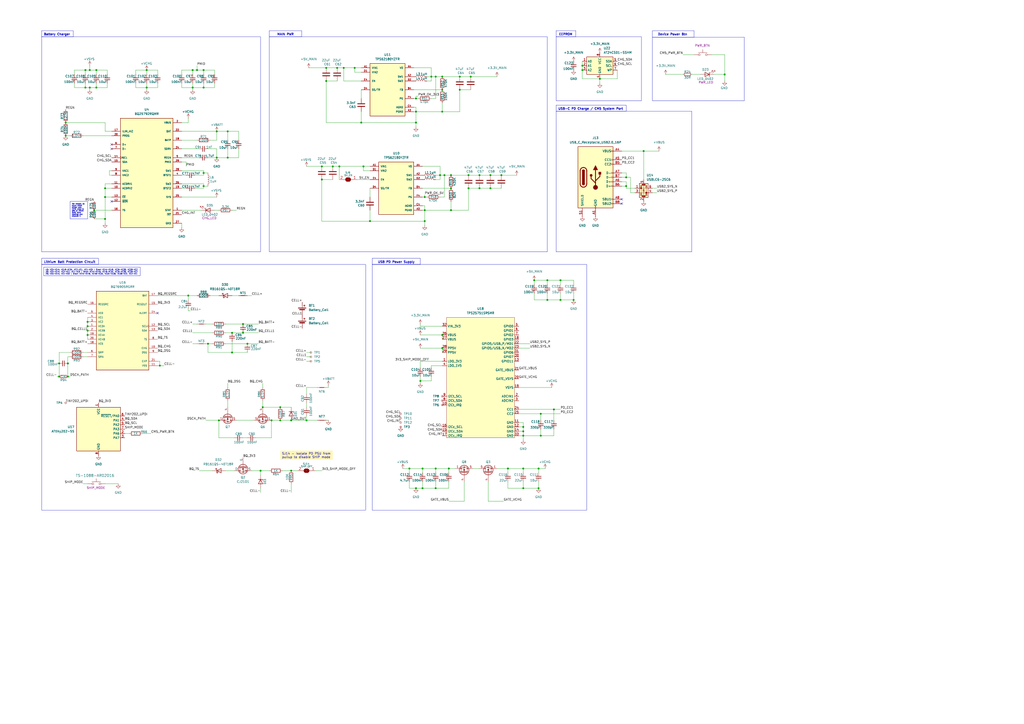
<source format=kicad_sch>
(kicad_sch (version 20250114) (generator "eeschema") (generator_version "9.0")
  (paper "A2")
  (title_block (title "mPC Overflow") (rev "1") (company "Breakpoint"))
  (rectangle (start 24.13 21.336) (end 151.13 146.05))
  (rectangle (start 24.13 153.416) (end 212.09 295.91))
  (rectangle (start 156.21 21.336) (end 317.5 146.05))
  (rectangle (start 378.46 21.59) (end 431.8 58.42))
  (rectangle (start 24.13 17.78) (end 42.418 21.336))
  (rectangle (start 322.58 17.78) (end 334.01 21.336))
  (rectangle (start 322.58 21.336) (end 372.11 58.42))
  (rectangle (start 24.13 149.86) (end 57.15 153.416))
  (rectangle (start 215.9 153.416) (end 340.36 295.91))
  (rectangle (start 378.46 17.78) (end 402.59 21.59))
  (rectangle (start 322.58 60.96) (end 363.22 64.516))
  (rectangle (start 215.9 149.86) (end 243.84 153.416))
  (rectangle (start 156.21 17.78) (end 175.006 21.336))
  (rectangle (start 322.58 64.516) (end 401.32 146.05))
  (text "USB-C PD Charge / CM5 System Port" (at 342.646 63.246 0) (effects (font (size 1.27 1.27) (thickness 0.254) (bold yes))))
  (text "EEPROM" (at 328.168 20.066 0) (effects (font (size 1.27 1.27) (thickness 0.254) (bold yes))))
  (text "Battery Charger" (at 33.02 20.066 0) (effects (font (size 1.27 1.27) (thickness 0.254) (bold yes))))
  (text "USB PD Power Supply" (at 229.87 152.146 0) (effects (font (size 1.27 1.27) (thickness 0.254) (bold yes))))
  (text "Lithium Batt Protection Circuit" (at 40.386 152.146 0) (effects (font (size 1.27 1.27) (thickness 0.254) (bold yes))))
  (text "MAIN PWR" (at 165.608 20.066 0) (effects (font (size 1.27 1.27) (thickness 0.254) (bold yes))))
  (text "Device Power Btn" (at 390.144 20.066 0) (effects (font (size 1.27 1.27) (thickness 0.254) (bold yes))))
  (text_box "SJ14 - Isolate PD PSU from pullup to disable SHIP mode" (at 162.56 261.366 0) (size 30.48 5.334) (margins 0.9524 0.9524 0.9524 0.9524) (stroke (width -0.0001)) (fill (type color) (color 255 229 36 0.33)) (effects (font (size 1.27 1.27)) (justify left top)))
  (text_box "4S: VC5‒VC4A, VC4B‒VC3A, VC2‒VC1, VC1‒VC0 | Short VC4A‒VC4B, VC3A‒VC3B, VC3B‒VC2\n3S: VC5‒VC4A, VC2‒VC1, VC1‒VC0 | Short VC4A‒VC4B, VC4B‒VC3A, VC3A‒VC3B, VC3B‒VC2\n2S: VC5‒VC4A, VC1‒VC0 | Short VC4A‒VC4B, VC4B‒VC3A, VC3A‒VC3B, VC3B‒VC2, VC2‒VC1\n" (at 25.4 154.94 0) (size 55.88 5.08) (margins 0.9525 0.9525 0.9525 0.9525) (effects (font (size 0.762 0.762)) (justify left top)))
  (text_box "Not needed, so equal-sided divider sets V(TS) close to 50% of VREGN (safe temp reading) and disables it" (at 40.64 116.84 0) (size 10.16 10.16) (margins 0.9525 0.9525 0.9525 0.9525) (effects (font (size 0.635 0.635)) (justify left top)))
  (junction (at 60.96 109.22))
  (junction (at 38.1 71.12))
  (junction (at 252.73 283.21))
  (junction (at 250.19 44.45))
  (junction (at 273.05 44.45))
  (junction (at 317.5 162.56))
  (junction (at 246.38 114.3))
  (junction (at 337.82 40.64))
  (junction (at 186.69 96.52))
  (junction (at 92.71 212.09))
  (junction (at 85.09 40.64))
  (junction (at 261.62 109.22))
  (junction (at 60.96 114.3))
  (junction (at 114.3 40.64))
  (junction (at 50.8 194.31))
  (junction (at 246.38 128.27))
  (junction (at 312.42 283.21))
  (junction (at 34.29 218.44))
  (junction (at 189.23 39.37))
  (junction (at 118.11 100.33))
  (junction (at 303.53 252.73))
  (junction (at 256.54 201.93))
  (junction (at 325.12 162.56))
  (junction (at 266.7 52.07))
  (junction (at 278.13 109.22))
  (junction (at 271.78 101.6))
  (junction (at 246.38 121.92))
  (junction (at 143.51 199.39))
  (junction (at 109.22 171.45))
  (junction (at 50.8 191.77))
  (junction (at 256.54 44.45))
  (junction (at 303.53 247.65))
  (junction (at 363.22 102.87))
  (junction (at 55.88 50.8))
  (junction (at 241.3 71.12))
  (junction (at 255.27 101.6))
  (junction (at 325.12 173.99))
  (junction (at 125.73 91.44))
  (junction (at 50.8 186.69))
  (junction (at 168.91 243.84))
  (junction (at 85.09 50.8))
  (junction (at 50.8 189.23))
  (junction (at 52.07 40.64))
  (junction (at 256.54 52.07))
  (junction (at 252.73 44.45))
  (junction (at 193.04 96.52))
  (junction (at 189.23 46.99))
  (junction (at 271.78 109.22))
  (junction (at 127 243.84))
  (junction (at 60.96 127))
  (junction (at 261.62 121.92))
  (junction (at 186.69 104.14))
  (junction (at 34.29 210.82))
  (junction (at 162.56 243.84))
  (junction (at 39.37 210.82))
  (junction (at 347.98 45.72))
  (junction (at 125.73 76.2))
  (junction (at 420.37 43.18))
  (junction (at 162.56 236.22))
  (junction (at 196.85 96.52))
  (junction (at 52.07 50.8))
  (junction (at 205.74 39.37))
  (junction (at 252.73 271.78))
  (junction (at 294.64 271.78))
  (junction (at 284.48 101.6))
  (junction (at 209.55 71.12))
  (junction (at 49.53 40.64))
  (junction (at 241.3 283.21))
  (junction (at 313.69 252.73))
  (junction (at 132.08 76.2))
  (junction (at 245.11 283.21))
  (junction (at 157.48 243.84))
  (junction (at 373.38 87.63))
  (junction (at 309.88 162.56))
  (junction (at 118.11 107.95))
  (junction (at 332.74 173.99))
  (junction (at 39.37 218.44))
  (junction (at 214.63 128.27))
  (junction (at 243.84 220.98))
  (junction (at 111.76 50.8))
  (junction (at 284.48 109.22))
  (junction (at 49.53 50.8))
  (junction (at 120.65 199.39))
  (junction (at 256.54 64.77))
  (junction (at 54.61 121.92))
  (junction (at 303.53 271.78))
  (junction (at 152.4 236.22))
  (junction (at 118.11 50.8))
  (junction (at 303.53 283.21))
  (junction (at 140.97 187.96))
  (junction (at 321.31 237.49))
  (junction (at 337.82 38.1))
  (junction (at 290.83 101.6))
  (junction (at 111.76 40.64))
  (junction (at 260.35 271.78))
  (junction (at 177.8 243.84))
  (junction (at 313.69 240.03))
  (junction (at 245.11 271.78))
  (junction (at 140.97 193.04))
  (junction (at 257.81 101.6))
  (junction (at 363.22 107.95))
  (junction (at 195.58 39.37))
  (junction (at 199.39 39.37))
  (junction (at 266.7 44.45))
  (junction (at 118.11 40.64))
  (junction (at 132.08 91.44))
  (junction (at 237.49 271.78))
  (junction (at 256.54 194.31))
  (junction (at 241.3 57.15))
  (junction (at 278.13 101.6))
  (junction (at 312.42 271.78))
  (junction (at 151.13 273.05))
  (junction (at 168.91 273.05))
  (junction (at 241.3 64.77))
  (junction (at 38.1 78.74))
  (junction (at 210.82 96.52))
  (junction (at 303.53 250.19))
  (junction (at 55.88 40.64))
  (junction (at 134.62 193.04))
  (junction (at 261.62 101.6))
  (junction (at 134.62 204.47))
  (junction (at 317.5 173.99))
  (no_connect (at 360.68 118.11))
  (no_connect (at 360.68 115.57))
  (no_connect (at 64.77 86.36))
  (no_connect (at 91.44 181.61))
  (no_connect (at 64.77 83.82))
  (no_connect (at 64.77 116.84))
  (wire (pts (xy 300.99 250.19) (xy 303.53 250.19)))
  (wire (pts (xy 91.44 50.8) (xy 91.44 48.26)))
  (wire (pts (xy 40.64 207.01) (xy 39.37 207.01)))
  (wire (pts (xy 209.55 71.12) (xy 209.55 64.77)))
  (wire (pts (xy 271.78 121.92) (xy 261.62 121.92)))
  (wire (pts (xy 237.49 271.78) (xy 245.11 271.78)))
  (wire (pts (xy 34.29 204.47) (xy 34.29 210.82)))
  (wire (pts (xy 115.57 273.05) (xy 123.19 273.05)))
  (wire (pts (xy 313.69 240.03) (xy 313.69 243.84)))
  (wire (pts (xy 255.27 96.52) (xy 255.27 101.6)))
  (wire (pts (xy 347.98 45.72) (xy 347.98 48.26)))
  (wire (pts (xy 105.41 81.28) (xy 114.3 81.28)))
  (wire (pts (xy 360.68 107.95) (xy 363.22 107.95)))
  (wire (pts (xy 190.5 224.79) (xy 190.5 223.52)))
  (wire (pts (xy 49.53 40.64) (xy 52.07 40.64)))
  (wire (pts (xy 240.03 39.37) (xy 250.19 39.37)))
  (wire (pts (xy 199.39 39.37) (xy 199.39 46.99)))
  (wire (pts (xy 257.81 114.3) (xy 257.81 101.6)))
  (wire (pts (xy 233.68 271.78) (xy 237.49 271.78)))
  (wire (pts (xy 134.62 121.92) (xy 137.16 121.92)))
  (wire (pts (xy 177.8 241.3) (xy 177.8 243.84)))
  (wire (pts (xy 157.48 254) (xy 157.48 243.84)))
  (wire (pts (xy 237.49 283.21) (xy 237.49 279.4)))
  (wire (pts (xy 378.46 109.22) (xy 381 109.22)))
  (wire (pts (xy 107.95 93.98) (xy 107.95 96.52)))
  (wire (pts (xy 303.53 279.4) (xy 303.53 283.21)))
  (wire (pts (xy 132.08 222.25) (xy 132.08 224.79)))
  (wire (pts (xy 163.83 273.05) (xy 168.91 273.05)))
  (wire (pts (xy 91.44 171.45) (xy 109.22 171.45)))
  (wire (pts (xy 60.96 76.2) (xy 64.77 76.2)))
  (wire (pts (xy 363.22 107.95) (xy 363.22 105.41)))
  (wire (pts (xy 402.59 31.75) (xy 396.24 31.75)))
  (wire (pts (xy 91.44 40.64) (xy 91.44 43.18)))
  (wire (pts (xy 189.23 46.99) (xy 189.23 71.12)))
  (wire (pts (xy 62.23 50.8) (xy 55.88 50.8)))
  (wire (pts (xy 261.62 101.6) (xy 271.78 101.6)))
  (wire (pts (xy 78.74 50.8) (xy 85.09 50.8)))
  (wire (pts (xy 309.88 162.56) (xy 317.5 162.56)))
  (wire (pts (xy 125.73 91.44) (xy 132.08 91.44)))
  (wire (pts (xy 107.95 93.98) (xy 105.41 93.98)))
  (wire (pts (xy 60.96 114.3) (xy 64.77 114.3)))
  (wire (pts (xy 288.29 271.78) (xy 294.64 271.78)))
  (wire (pts (xy 189.23 243.84) (xy 190.5 243.84)))
  (wire (pts (xy 300.99 247.65) (xy 303.53 247.65)))
  (wire (pts (xy 312.42 274.32) (xy 312.42 271.78)))
  (wire (pts (xy 243.84 220.98) (xy 243.84 222.25)))
  (wire (pts (xy 105.41 50.8) (xy 111.76 50.8)))
  (wire (pts (xy 143.51 199.39) (xy 149.86 199.39)))
  (wire (pts (xy 190.5 224.79) (xy 189.23 224.79)))
  (wire (pts (xy 62.23 48.26) (xy 62.23 50.8)))
  (wire (pts (xy 237.49 283.21) (xy 241.3 283.21)))
  (wire (pts (xy 54.61 121.92) (xy 64.77 121.92)))
  (wire (pts (xy 60.96 109.22) (xy 64.77 109.22)))
  (wire (pts (xy 300.99 252.73) (xy 303.53 252.73)))
  (wire (pts (xy 271.78 109.22) (xy 278.13 109.22)))
  (wire (pts (xy 317.5 170.18) (xy 317.5 173.99)))
  (wire (pts (xy 124.46 50.8) (xy 124.46 48.26)))
  (wire (pts (xy 365.76 102.87) (xy 363.22 102.87)))
  (wire (pts (xy 332.74 173.99) (xy 325.12 173.99)))
  (wire (pts (xy 109.22 179.07) (xy 109.22 180.34)))
  (wire (pts (xy 243.84 209.55) (xy 256.54 209.55)))
  (wire (pts (xy 118.11 101.6) (xy 118.11 100.33)))
  (wire (pts (xy 111.76 50.8) (xy 111.76 52.07)))
  (wire (pts (xy 105.41 71.12) (xy 109.22 71.12)))
  (wire (pts (xy 255.27 114.3) (xy 257.81 114.3)))
  (wire (pts (xy 261.62 121.92) (xy 246.38 121.92)))
  (wire (pts (xy 283.21 290.83) (xy 292.1 290.83)))
  (wire (pts (xy 214.63 109.22) (xy 214.63 114.3)))
  (wire (pts (xy 243.84 194.31) (xy 256.54 194.31)))
  (wire (pts (xy 138.43 91.44) (xy 138.43 86.36)))
  (wire (pts (xy 337.82 38.1) (xy 337.82 35.56)))
  (wire (pts (xy 250.19 212.09) (xy 250.19 213.36)))
  (wire (pts (xy 64.77 99.06) (xy 63.5 99.06)))
  (wire (pts (xy 243.84 201.93) (xy 256.54 201.93)))
  (wire (pts (xy 210.82 96.52) (xy 214.63 96.52)))
  (wire (pts (xy 63.5 99.06) (xy 63.5 101.6)))
  (wire (pts (xy 140.97 187.96) (xy 149.86 187.96)))
  (wire (pts (xy 60.96 280.67) (xy 68.58 280.67)))
  (wire (pts (xy 118.11 107.95) (xy 120.65 107.95)))
  (wire (pts (xy 250.19 46.99) (xy 247.65 46.99)))
  (wire (pts (xy 358.14 45.72) (xy 347.98 45.72)))
  (wire (pts (xy 205.74 39.37) (xy 205.74 41.91)))
  (wire (pts (xy 243.84 220.98) (xy 250.19 220.98)))
  (wire (pts (xy 246.38 128.27) (xy 214.63 128.27)))
  (wire (pts (xy 43.18 40.64) (xy 49.53 40.64)))
  (wire (pts (xy 111.76 199.39) (xy 114.3 199.39)))
  (wire (pts (xy 140.97 193.04) (xy 149.86 193.04)))
  (wire (pts (xy 266.7 44.45) (xy 273.05 44.45)))
  (wire (pts (xy 55.88 40.64) (xy 55.88 43.18)))
  (wire (pts (xy 274.32 271.78) (xy 278.13 271.78)))
  (wire (pts (xy 105.41 76.2) (xy 125.73 76.2)))
  (wire (pts (xy 337.82 40.64) (xy 337.82 38.1)))
  (wire (pts (xy 118.11 40.64) (xy 118.11 43.18)))
  (wire (pts (xy 151.13 275.59) (xy 151.13 273.05)))
  (wire (pts (xy 114.3 40.64) (xy 111.76 40.64)))
  (wire (pts (xy 114.3 40.64) (xy 118.11 40.64)))
  (wire (pts (xy 368.3 111.76) (xy 365.76 111.76)))
  (wire (pts (xy 300.99 199.39) (xy 307.34 199.39)))
  (wire (pts (xy 360.68 100.33) (xy 363.22 100.33)))
  (wire (pts (xy 105.41 50.8) (xy 105.41 48.26)))
  (wire (pts (xy 303.53 250.19) (xy 303.53 252.73)))
  (wire (pts (xy 271.78 101.6) (xy 278.13 101.6)))
  (wire (pts (xy 91.44 50.8) (xy 85.09 50.8)))
  (wire (pts (xy 256.54 212.09) (xy 250.19 212.09)))
  (wire (pts (xy 140.97 254) (xy 143.51 254)))
  (wire (pts (xy 87.63 251.46) (xy 82.55 251.46)))
  (wire (pts (xy 252.73 279.4) (xy 252.73 283.21)))
  (wire (pts (xy 271.78 109.22) (xy 271.78 121.92)))
  (wire (pts (xy 337.82 45.72) (xy 337.82 40.64)))
  (wire (pts (xy 283.21 279.4) (xy 283.21 290.83)))
  (wire (pts (xy 130.81 187.96) (xy 140.97 187.96)))
  (wire (pts (xy 252.73 57.15) (xy 252.73 44.45)))
  (wire (pts (xy 105.41 121.92) (xy 116.84 121.92)))
  (wire (pts (xy 365.76 111.76) (xy 365.76 102.87)))
  (wire (pts (xy 214.63 104.14) (xy 207.01 104.14)))
  (wire (pts (xy 118.11 106.68) (xy 105.41 106.68)))
  (wire (pts (xy 294.64 279.4) (xy 294.64 283.21)))
  (wire (pts (xy 92.71 209.55) (xy 92.71 212.09)))
  (wire (pts (xy 186.69 128.27) (xy 214.63 128.27)))
  (wire (pts (xy 91.44 209.55) (xy 92.71 209.55)))
  (wire (pts (xy 363.22 109.22) (xy 363.22 107.95)))
  (wire (pts (xy 250.19 44.45) (xy 250.19 46.99)))
  (wire (pts (xy 300.99 237.49) (xy 321.31 237.49)))
  (wire (pts (xy 401.32 43.18) (xy 406.4 43.18)))
  (wire (pts (xy 50.8 184.15) (xy 50.8 186.69)))
  (wire (pts (xy 240.03 52.07) (xy 256.54 52.07)))
  (wire (pts (xy 52.07 38.1) (xy 52.07 40.64)))
  (wire (pts (xy 168.91 273.05) (xy 172.72 273.05)))
  (wire (pts (xy 256.54 64.77) (xy 241.3 64.77)))
  (wire (pts (xy 309.88 170.18) (xy 309.88 173.99)))
  (wire (pts (xy 114.3 38.1) (xy 114.3 40.64)))
  (wire (pts (xy 332.74 162.56) (xy 332.74 165.1)))
  (wire (pts (xy 39.37 210.82) (xy 39.37 218.44)))
  (wire (pts (xy 373.38 87.63) (xy 373.38 104.14)))
  (wire (pts (xy 48.26 280.67) (xy 50.8 280.67)))
  (wire (pts (xy 54.61 127) (xy 60.96 127)))
  (wire (pts (xy 186.69 128.27) (xy 186.69 104.14)))
  (wire (pts (xy 260.35 271.78) (xy 264.16 271.78)))
  (wire (pts (xy 317.5 162.56) (xy 317.5 165.1)))
  (wire (pts (xy 321.31 237.49) (xy 325.12 237.49)))
  (wire (pts (xy 255.27 104.14) (xy 252.73 104.14)))
  (wire (pts (xy 124.46 40.64) (xy 124.46 43.18)))
  (wire (pts (xy 152.4 222.25) (xy 152.4 224.79)))
  (wire (pts (xy 109.22 180.34) (xy 110.49 180.34)))
  (wire (pts (xy 50.8 194.31) (xy 50.8 196.85)))
  (wire (pts (xy 294.64 271.78) (xy 294.64 274.32)))
  (wire (pts (xy 300.99 201.93) (xy 307.34 201.93)))
  (wire (pts (xy 237.49 274.32) (xy 237.49 271.78)))
  (wire (pts (xy 111.76 50.8) (xy 111.76 48.26)))
  (wire (pts (xy 177.8 233.68) (xy 177.8 236.22)))
  (wire (pts (xy 60.96 106.68) (xy 64.77 106.68)))
  (wire (pts (xy 60.96 127) (xy 60.96 114.3)))
  (wire (pts (xy 162.56 243.84) (xy 168.91 243.84)))
  (wire (pts (xy 38.1 78.74) (xy 40.64 78.74)))
  (wire (pts (xy 363.22 102.87) (xy 363.22 100.33)))
  (wire (pts (xy 313.69 240.03) (xy 325.12 240.03)))
  (wire (pts (xy 266.7 64.77) (xy 256.54 64.77)))
  (wire (pts (xy 303.53 252.73) (xy 303.53 255.27)))
  (wire (pts (xy 143.51 204.47) (xy 134.62 204.47)))
  (wire (pts (xy 325.12 162.56) (xy 332.74 162.56)))
  (wire (pts (xy 252.73 274.32) (xy 252.73 271.78)))
  (wire (pts (xy 179.07 39.37) (xy 189.23 39.37)))
  (wire (pts (xy 325.12 162.56) (xy 325.12 165.1)))
  (wire (pts (xy 49.53 40.64) (xy 49.53 43.18)))
  (wire (pts (xy 246.38 119.38) (xy 245.11 119.38)))
  (wire (pts (xy 241.3 62.23) (xy 241.3 64.77)))
  (wire (pts (xy 420.37 46.99) (xy 420.37 43.18)))
  (wire (pts (xy 130.81 273.05) (xy 135.89 273.05)))
  (wire (pts (xy 313.69 248.92) (xy 313.69 252.73)))
  (wire (pts (xy 303.53 283.21) (xy 312.42 283.21)))
  (wire (pts (xy 125.73 76.2) (xy 132.08 76.2)))
  (wire (pts (xy 105.41 114.3) (xy 125.73 114.3)))
  (wire (pts (xy 321.31 237.49) (xy 321.31 243.84)))
  (wire (pts (xy 38.1 71.12) (xy 60.96 71.12)))
  (wire (pts (xy 256.54 59.69) (xy 256.54 64.77)))
  (wire (pts (xy 177.8 224.79) (xy 184.15 224.79)))
  (wire (pts (xy 105.41 40.64) (xy 111.76 40.64)))
  (wire (pts (xy 294.64 283.21) (xy 303.53 283.21)))
  (wire (pts (xy 243.84 189.23) (xy 256.54 189.23)))
  (wire (pts (xy 195.58 39.37) (xy 199.39 39.37)))
  (wire (pts (xy 246.38 119.38) (xy 246.38 121.92)))
  (wire (pts (xy 138.43 91.44) (xy 132.08 91.44)))
  (wire (pts (xy 261.62 116.84) (xy 261.62 121.92)))
  (wire (pts (xy 177.8 207.01) (xy 180.34 207.01)))
  (wire (pts (xy 118.11 40.64) (xy 124.46 40.64)))
  (wire (pts (xy 78.74 40.64) (xy 85.09 40.64)))
  (wire (pts (xy 132.08 232.41) (xy 132.08 236.22)))
  (wire (pts (xy 105.41 101.6) (xy 107.95 101.6)))
  (wire (pts (xy 243.84 209.55) (xy 243.84 213.36)))
  (wire (pts (xy 256.54 194.31) (xy 256.54 196.85)))
  (wire (pts (xy 119.38 199.39) (xy 120.65 199.39)))
  (wire (pts (xy 72.39 251.46) (xy 74.93 251.46)))
  (wire (pts (xy 420.37 31.75) (xy 420.37 43.18)))
  (wire (pts (xy 120.65 199.39) (xy 123.19 199.39)))
  (wire (pts (xy 210.82 96.52) (xy 210.82 99.06)))
  (wire (pts (xy 55.88 48.26) (xy 55.88 50.8)))
  (wire (pts (xy 148.59 254) (xy 157.48 254)))
  (wire (pts (xy 50.8 186.69) (xy 50.8 189.23)))
  (wire (pts (xy 43.18 50.8) (xy 43.18 48.26)))
  (wire (pts (xy 62.23 43.18) (xy 62.23 40.64)))
  (wire (pts (xy 119.38 187.96) (xy 123.19 187.96)))
  (wire (pts (xy 257.81 101.6) (xy 261.62 101.6)))
  (wire (pts (xy 60.96 129.54) (xy 60.96 127)))
  (wire (pts (xy 50.8 189.23) (xy 50.8 191.77)))
  (wire (pts (xy 241.3 64.77) (xy 240.03 64.77)))
  (wire (pts (xy 52.07 50.8) (xy 52.07 52.07)))
  (wire (pts (xy 284.48 109.22) (xy 290.83 109.22)))
  (wire (pts (xy 55.88 50.8) (xy 52.07 50.8)))
  (wire (pts (xy 278.13 101.6) (xy 284.48 101.6)))
  (wire (pts (xy 245.11 96.52) (xy 255.27 96.52)))
  (wire (pts (xy 246.38 121.92) (xy 245.11 121.92)))
  (wire (pts (xy 317.5 173.99) (xy 325.12 173.99)))
  (wire (pts (xy 113.03 101.6) (xy 118.11 101.6)))
  (wire (pts (xy 121.92 171.45) (xy 127 171.45)))
  (wire (pts (xy 186.69 96.52) (xy 193.04 96.52)))
  (wire (pts (xy 177.8 204.47) (xy 180.34 204.47)))
  (wire (pts (xy 250.19 57.15) (xy 252.73 57.15)))
  (wire (pts (xy 242.57 57.15) (xy 241.3 57.15)))
  (wire (pts (xy 60.96 109.22) (xy 60.96 106.68)))
  (wire (pts (xy 132.08 76.2) (xy 132.08 81.28)))
  (wire (pts (xy 189.23 39.37) (xy 195.58 39.37)))
  (wire (pts (xy 247.65 44.45) (xy 250.19 44.45)))
  (wire (pts (xy 193.04 96.52) (xy 196.85 96.52)))
  (wire (pts (xy 143.51 171.45) (xy 146.05 171.45)))
  (wire (pts (xy 386.08 43.18) (xy 396.24 43.18)))
  (wire (pts (xy 118.11 100.33) (xy 118.11 99.06)))
  (wire (pts (xy 49.53 50.8) (xy 43.18 50.8)))
  (wire (pts (xy 182.88 273.05) (xy 186.69 273.05)))
  (wire (pts (xy 120.65 204.47) (xy 120.65 199.39)))
  (wire (pts (xy 85.09 40.64) (xy 85.09 43.18)))
  (wire (pts (xy 177.8 243.84) (xy 184.15 243.84)))
  (wire (pts (xy 177.8 224.79) (xy 177.8 228.6)))
  (wire (pts (xy 250.19 44.45) (xy 252.73 44.45)))
  (wire (pts (xy 313.69 252.73) (xy 303.53 252.73)))
  (wire (pts (xy 120.65 86.36) (xy 125.73 86.36)))
  (wire (pts (xy 209.55 52.07) (xy 209.55 57.15)))
  (wire (pts (xy 360.68 105.41) (xy 363.22 105.41)))
  (wire (pts (xy 309.88 173.99) (xy 317.5 173.99)))
  (wire (pts (xy 111.76 193.04) (xy 123.19 193.04)))
  (wire (pts (xy 347.98 45.72) (xy 337.82 45.72)))
  (wire (pts (xy 332.74 170.18) (xy 332.74 173.99)))
  (wire (pts (xy 91.44 212.09) (xy 92.71 212.09)))
  (wire (pts (xy 246.38 130.81) (xy 246.38 128.27)))
  (wire (pts (xy 368.3 109.22) (xy 363.22 109.22)))
  (wire (pts (xy 210.82 99.06) (xy 214.63 99.06)))
  (wire (pts (xy 252.73 283.21) (xy 260.35 283.21)))
  (wire (pts (xy 252.73 101.6) (xy 255.27 101.6)))
  (wire (pts (xy 245.11 271.78) (xy 252.73 271.78)))
  (wire (pts (xy 121.92 81.28) (xy 125.73 81.28)))
  (wire (pts (xy 85.09 40.64) (xy 91.44 40.64)))
  (wire (pts (xy 105.41 99.06) (xy 118.11 99.06)))
  (wire (pts (xy 132.08 86.36) (xy 132.08 91.44)))
  (wire (pts (xy 125.73 76.2) (xy 125.73 81.28)))
  (wire (pts (xy 241.3 57.15) (xy 240.03 57.15)))
  (wire (pts (xy 256.54 44.45) (xy 266.7 44.45)))
  (wire (pts (xy 199.39 39.37) (xy 205.74 39.37)))
  (wire (pts (xy 78.74 40.64) (xy 78.74 43.18)))
  (wire (pts (xy 109.22 171.45) (xy 114.3 171.45)))
  (wire (pts (xy 412.75 31.75) (xy 420.37 31.75)))
  (wire (pts (xy 260.35 279.4) (xy 260.35 283.21)))
  (wire (pts (xy 242.57 55.88) (xy 241.3 55.88)))
  (wire (pts (xy 85.09 50.8) (xy 85.09 48.26)))
  (wire (pts (xy 252.73 44.45) (xy 256.54 44.45)))
  (wire (pts (xy 273.05 44.45) (xy 288.29 44.45)))
  (wire (pts (xy 132.08 76.2) (xy 138.43 76.2)))
  (wire (pts (xy 278.13 109.22) (xy 284.48 109.22)))
  (wire (pts (xy 250.19 218.44) (xy 250.19 220.98)))
  (wire (pts (xy 134.62 193.04) (xy 140.97 193.04)))
  (wire (pts (xy 420.37 43.18) (xy 414.02 43.18)))
  (wire (pts (xy 284.48 101.6) (xy 290.83 101.6)))
  (wire (pts (xy 113.03 109.22) (xy 118.11 109.22)))
  (wire (pts (xy 109.22 71.12) (xy 109.22 68.58)))
  (wire (pts (xy 269.24 279.4) (xy 269.24 290.83)))
  (wire (pts (xy 105.41 91.44) (xy 115.57 91.44)))
  (wire (pts (xy 360.68 102.87) (xy 363.22 102.87)))
  (wire (pts (xy 49.53 48.26) (xy 49.53 50.8)))
  (wire (pts (xy 52.07 40.64) (xy 55.88 40.64)))
  (wire (pts (xy 48.26 207.01) (xy 50.8 207.01)))
  (wire (pts (xy 246.38 114.3) (xy 245.11 114.3)))
  (wire (pts (xy 312.42 283.21) (xy 312.42 279.4)))
  (wire (pts (xy 48.26 78.74) (xy 64.77 78.74)))
  (wire (pts (xy 78.74 50.8) (xy 78.74 48.26)))
  (wire (pts (xy 109.22 173.99) (xy 109.22 171.45)))
  (wire (pts (xy 48.26 204.47) (xy 50.8 204.47)))
  (wire (pts (xy 152.4 236.22) (xy 162.56 236.22)))
  (wire (pts (xy 373.38 87.63) (xy 382.27 87.63)))
  (wire (pts (xy 124.46 50.8) (xy 118.11 50.8)))
  (wire (pts (xy 255.27 101.6) (xy 257.81 101.6)))
  (wire (pts (xy 134.62 198.12) (xy 134.62 204.47)))
  (wire (pts (xy 241.3 73.66) (xy 241.3 71.12)))
  (wire (pts (xy 260.35 274.32) (xy 260.35 271.78)))
  (wire (pts (xy 243.84 218.44) (xy 243.84 220.98)))
  (wire (pts (xy 266.7 52.07) (xy 273.05 52.07)))
  (wire (pts (xy 255.27 101.6) (xy 255.27 104.14)))
  (wire (pts (xy 245.11 283.21) (xy 241.3 283.21)))
  (wire (pts (xy 130.81 193.04) (xy 134.62 193.04)))
  (wire (pts (xy 303.53 245.11) (xy 303.53 247.65)))
  (wire (pts (xy 250.19 39.37) (xy 250.19 44.45)))
  (wire (pts (xy 247.65 114.3) (xy 246.38 114.3)))
  (wire (pts (xy 189.23 46.99) (xy 195.58 46.99)))
  (wire (pts (xy 151.13 283.21) (xy 151.13 285.75)))
  (wire (pts (xy 118.11 109.22) (xy 118.11 107.95)))
  (wire (pts (xy 168.91 280.67) (xy 168.91 285.75)))
  (wire (pts (xy 125.73 86.36) (xy 125.73 91.44)))
  (wire (pts (xy 119.38 243.84) (xy 127 243.84)))
  (wire (pts (xy 134.62 171.45) (xy 138.43 171.45)))
  (wire (pts (xy 151.13 273.05) (xy 156.21 273.05)))
  (wire (pts (xy 325.12 170.18) (xy 325.12 173.99)))
  (wire (pts (xy 177.8 96.52) (xy 186.69 96.52)))
  (wire (pts (xy 243.84 187.96) (xy 243.84 189.23)))
  (wire (pts (xy 317.5 162.56) (xy 325.12 162.56)))
  (wire (pts (xy 39.37 207.01) (xy 39.37 210.82)))
  (wire (pts (xy 137.16 243.84) (xy 147.32 243.84)))
  (wire (pts (xy 309.88 162.56) (xy 309.88 165.1)))
  (wire (pts (xy 33.02 218.44) (xy 34.29 218.44)))
  (wire (pts (xy 118.11 107.95) (xy 118.11 106.68)))
  (wire (pts (xy 303.53 247.65) (xy 303.53 250.19)))
  (wire (pts (xy 245.11 109.22) (xy 261.62 109.22)))
  (wire (pts (xy 266.7 52.07) (xy 266.7 64.77)))
  (wire (pts (xy 60.96 71.12) (xy 60.96 76.2)))
  (wire (pts (xy 168.91 243.84) (xy 177.8 243.84)))
  (wire (pts (xy 118.11 50.8) (xy 111.76 50.8)))
  (wire (pts (xy 378.46 111.76) (xy 381 111.76)))
  (wire (pts (xy 360.68 87.63) (xy 373.38 87.63)))
  (wire (pts (xy 241.3 62.23) (xy 240.03 62.23)))
  (wire (pts (xy 40.64 204.47) (xy 34.29 204.47)))
  (wire (pts (xy 105.41 40.64) (xy 105.41 43.18)))
  (wire (pts (xy 105.41 109.22) (xy 107.95 109.22)))
  (wire (pts (xy 294.64 271.78) (xy 303.53 271.78)))
  (wire (pts (xy 118.11 100.33) (xy 120.65 100.33)))
  (wire (pts (xy 124.46 121.92) (xy 127 121.92)))
  (wire (pts (xy 138.43 76.2) (xy 138.43 81.28)))
  (wire (pts (xy 92.71 212.09) (xy 95.25 212.09)))
  (wire (pts (xy 241.3 71.12) (xy 241.3 64.77)))
  (wire (pts (xy 199.39 46.99) (xy 209.55 46.99)))
  (wire (pts (xy 157.48 243.84) (xy 162.56 243.84)))
  (wire (pts (xy 321.31 248.92) (xy 321.31 252.73)))
  (wire (pts (xy 269.24 290.83) (xy 260.35 290.83)))
  (wire (pts (xy 127 254) (xy 127 243.84)))
  (wire (pts (xy 62.23 40.64) (xy 55.88 40.64)))
  (wire (pts (xy 50.8 191.77) (xy 50.8 194.31)))
  (wire (pts (xy 146.05 273.05) (xy 151.13 273.05)))
  (wire (pts (xy 300.99 245.11) (xy 303.53 245.11)))
  (wire (pts (xy 135.89 254) (xy 127 254)))
  (wire (pts (xy 205.74 41.91) (xy 209.55 41.91)))
  (wire (pts (xy 60.96 114.3) (xy 60.96 109.22)))
  (wire (pts (xy 120.65 91.44) (xy 125.73 91.44)))
  (wire (pts (xy 246.38 113.03) (xy 246.38 114.3)))
  (wire (pts (xy 303.53 271.78) (xy 312.42 271.78)))
  (wire (pts (xy 300.99 224.79) (xy 320.04 224.79)))
  (wire (pts (xy 105.41 129.54) (xy 105.41 132.08)))
  (wire (pts (xy 196.85 96.52) (xy 210.82 96.52)))
  (wire (pts (xy 39.37 218.44) (xy 40.64 218.44)))
  (wire (pts (xy 290.83 101.6) (xy 299.72 101.6)))
  (wire (pts (xy 189.23 71.12) (xy 209.55 71.12)))
  (wire (pts (xy 358.14 40.64) (xy 358.14 45.72)))
  (wire (pts (xy 111.76 40.64) (xy 111.76 43.18)))
  (wire (pts (xy 246.38 128.27) (xy 246.38 121.92)))
  (wire (pts (xy 186.69 104.14) (xy 193.04 104.14)))
  (wire (pts (xy 300.99 240.03) (xy 313.69 240.03)))
  (wire (pts (xy 312.42 271.78) (xy 316.23 271.78)))
  (wire (pts (xy 214.63 128.27) (xy 214.63 121.92)))
  (wire (pts (xy 241.3 71.12) (xy 209.55 71.12)))
  (wire (pts (xy 34.29 210.82) (xy 34.29 218.44)))
  (wire (pts (xy 256.54 201.93) (xy 256.54 204.47)))
  (wire (pts (xy 205.74 39.37) (xy 209.55 39.37)))
  (wire (pts (xy 303.53 271.78) (xy 303.53 274.32)))
  (wire (pts (xy 85.09 50.8) (xy 85.09 52.07)))
  (wire (pts (xy 252.73 271.78) (xy 260.35 271.78)))
  (wire (pts (xy 245.11 283.21) (xy 252.73 283.21)))
  (wire (pts (xy 52.07 50.8) (xy 49.53 50.8)))
  (wire (pts (xy 118.11 50.8) (xy 118.11 48.26)))
  (wire (pts (xy 241.3 55.88) (xy 241.3 57.15)))
  (wire (pts (xy 245.11 274.32) (xy 245.11 271.78)))
  (wire (pts (xy 177.8 209.55) (xy 180.34 209.55)))
  (wire (pts (xy 162.56 236.22) (xy 168.91 236.22)))
  (wire (pts (xy 130.81 199.39) (xy 143.51 199.39)))
  (wire (pts (xy 43.18 43.18) (xy 43.18 40.64)))
  (wire (pts (xy 196.85 104.14) (xy 196.85 96.52)))
  (wire (pts (xy 321.31 252.73) (xy 313.69 252.73)))
  (wire (pts (xy 63.5 101.6) (xy 64.77 101.6)))
  (wire (pts (xy 245.11 279.4) (xy 245.11 283.21)))
  (wire (pts (xy 152.4 232.41) (xy 152.4 236.22)))
  (wire (pts (xy 111.76 187.96) (xy 114.3 187.96)))
  (wire (pts (xy 105.41 86.36) (xy 115.57 86.36)))
  (wire (pts (xy 134.62 204.47) (xy 120.65 204.47)))
  (label "CELL-" (at 95.25 212.09 0))
  (label "CELL-" (at 33.02 218.44 180))
  (label "CELL-" (at 151.13 285.75 180))
  (label "CELL+" (at 175.26 175.26 180))
  (label "DSCH_PATH" (at 40.64 218.44 0))
  (label "BQ_CHG" (at 91.44 201.93 0))
  (label "PWR_OK_5V" (at 246.38 113.03 0))
  (label "BQ_CELL1" (at 50.8 191.77 180))
  (label "CELL+" (at 146.05 171.45 0))
  (label "CELL1" (at 177.8 207.01 180))
  (label "BQ_BATT+" (at 50.8 199.39 180))
  (label "CELL+" (at 177.8 204.47 180))
  (label "BQ_REGSRC" (at 91.44 171.45 0))
  (label "3V3_SHIP_MODE_OFF" (at 248.92 209.55 180))
  (label "USB2_SYS_N" (at 307.34 201.93 0))
  (label "BQ_SDA" (at 91.44 191.77 0))
  (label "BQ_SCL" (at 91.44 189.23 0))
  (label "USB2_SYS_N" (at 381 109.22 0))
  (label "CHG_SDA" (at 358.14 35.56 0))
  (label "CHG_SDA" (at 232.41 242.57 180))
  (label "GATE_VBUS" (at 260.35 290.83 180))
  (label "CELL+" (at 177.8 224.79 180))
  (label "CHG_INT" (at 256.54 252.73 180))
  (label "BQ_SDA" (at 72.39 243.84 0))
  (label "CHG_INT" (at 232.41 245.11 180))
  (label "PWR_OK_3V3" (at 242.57 55.88 0))
  (label "GATE_VCHG" (at 300.99 219.71 0))
  (label "PD_CC1" (at 360.68 92.71 0))
  (label "BQ_SCL" (at 72.39 246.38 0))
  (label "3V3_SHIP_MODE_OFF" (at 186.69 273.05 0))
  (label "REGN" (at 106.68 91.44 0))
  (label "BQ_BATT-" (at 50.8 181.61 180))
  (label "CELL1" (at 175.26 182.88 180))
  (label "PD_CC2" (at 360.68 95.25 0))
  (label "CELL+" (at 111.76 187.96 180))
  (label "BQ_TS" (at 115.57 273.05 180))
  (label "CHG_SCL" (at 256.54 247.65 180))
  (label "BQ_CHG" (at 152.4 222.25 180))
  (label "BQ_BATT-" (at 149.86 199.39 0))
  (label "CELL1" (at 111.76 193.04 180))
  (label "CHG_SCL" (at 232.41 240.03 180))
  (label "GND_OUT" (at 168.91 243.84 0))
  (label "PMID" (at 114.3 38.1 0))
  (label "5V_EN" (at 208.28 104.14 0))
  (label "BQ_3V3" (at 57.15 233.68 0))
  (label "PD_CC2" (at 325.12 240.03 0))
  (label "REGN" (at 54.61 116.84 180))
  (label "SHIP_MODE" (at 48.26 280.67 180))
  (label "BQ_BATT+" (at 149.86 187.96 0))
  (label "USB2_SYS_P" (at 381 111.76 0))
  (label "TINY202_UPDI" (at 72.39 241.3 0))
  (label "PD_CC1" (at 325.12 237.49 0))
  (label "CHG_SCL" (at 64.77 91.44 180))
  (label "CELL-" (at 110.49 180.34 0))
  (label "TINY202_UPDI" (at 38.1 233.68 0))
  (label "GATE_VBUS" (at 300.99 214.63 0))
  (label "CELL-" (at 111.76 199.39 180))
  (label "BQ_REGSRC" (at 50.8 176.53 180))
  (label "REGN" (at 137.16 121.92 0))
  (label "SHIP_MODE" (at 72.39 248.92 0))
  (label "CHG_SCL" (at 358.14 38.1 0))
  (label "BQ_CELL1" (at 149.86 193.04 0))
  (label "BQ_3V3" (at 140.97 265.43 0))
  (label "REGN" (at 38.1 63.5 0))
  (label "PMID" (at 107.95 96.52 0))
  (label "CM5_PWR_BTN" (at 87.63 251.46 0))
  (label "GATE_VCHG" (at 292.1 290.83 0))
  (label "DSCH_PATH" (at 119.38 243.84 180))
  (label "CELL-" (at 177.8 209.55 180))
  (label "BQ_TS" (at 91.44 196.85 0))
  (label "USB2_SYS_P" (at 307.34 199.39 0))
  (label "BQ_DSG" (at 91.44 204.47 0))
  (label "CELL-" (at 168.91 285.75 180))
  (label "CHG_INT" (at 105.41 124.46 0))
  (label "CHG_SDA" (at 256.54 250.19 180))
  (label "BQ_DSG" (at 132.08 222.25 0))
  (label "CELL-" (at 175.26 190.5 180))
  (label "BQ_3V3" (at 91.44 176.53 0))
  (label "CHG_SDA" (at 64.77 93.98 180))
  (label "CM5_PWR_BTN" (at 396.24 31.75 180))
  (symbol (lib_id "Device:NetTie_2") (at 116.84 199.39 0) (unit 1) (in_bom no)
    (property "Reference" "NT3" (at 116.84 197.866 0))
    (property "Value" "NetTie_2" (effects (hide yes)))
    (property "Footprint" "NetTie:NetTie-2_SMD_Pad0.5mm" (effects (hide yes)))
    (property "Description" "Net tie, 2 pins" (effects (hide yes)))
  )
  (symbol (lib_id "power:VBUS") (at 243.84 201.93 0) (unit 1)
    (property "Reference" "#PWR0194" (effects (hide yes)))
    (property "Value" "+5V_MAIN" (at 243.84 196.85 0))
    (property "Description" "Power symbol creates a global label with name \"VBUS\"" (effects (hide yes)))
  )
  (symbol (lib_id "power:GND") (at 373.38 116.84 0) (unit 1)
    (property "Reference" "#PWR0111" (effects (hide yes)))
    (property "Value" "GND" (at 373.38 121.92 0))
    (property "Description" "Power symbol creates a global label with name \"GND\" , ground" (effects (hide yes)))
  )
  (symbol (lib_id "power:GND") (at 337.82 125.73 0) (unit 1)
    (property "Reference" "#PWR0108" (effects (hide yes)))
    (property "Value" "GND" (at 337.82 130.81 0))
    (property "Description" "Power symbol creates a global label with name \"GND\" , ground" (effects (hide yes)))
  )
  (symbol (lib_id "power:GND") (at 347.98 48.26 0) (unit 1)
    (property "Reference" "#PWR0206" (effects (hide yes)))
    (property "Value" "GND" (at 347.98 53.34 0))
    (property "Description" "Power symbol creates a global label with name \"GND\" , ground" (effects (hide yes)))
  )
  (symbol (lib_id "Device:C_Small") (at 325.12 167.64 0) (unit 1)
    (property "Reference" "C121" (at 322.58 166.116 0))
    (property "Value" "10uF" (at 322.58 169.418 0))
    (property "Footprint" "Capacitor_SMD:C_0805_2012Metric" (effects (hide yes)))
    (property "Description" "Unpolarized capacitor, small symbol" (effects (hide yes)))
    (property "LCSC" "C15850 " (effects (hide yes)))
  )
  (symbol (lib_id "power:+3.3V") (at 332.74 35.56 0) (unit 1)
    (property "Reference" "#PWR0207" (effects (hide yes)))
    (property "Value" "+3.3V_MAIN" (at 332.74 30.48 0))
    (property "Description" "Power symbol creates a global label with name \"+3.3V\"" (effects (hide yes)))
  )
  (symbol (lib_id "power:GND") (at 105.41 132.08 0) (unit 1)
    (property "Reference" "#PWR0190" (effects (hide yes)))
    (property "Value" "GND" (at 105.41 137.16 0))
    (property "Description" "Power symbol creates a global label with name \"GND\" , ground" (effects (hide yes)))
  )
  (symbol (lib_id "Device:C_Small") (at 245.11 276.86 0) (unit 1)
    (property "Reference" "C114" (at 242.316 275.336 0))
    (property "Value" "100nF" (at 242.062 278.638 0))
    (property "Footprint" "Capacitor_SMD:C_0402_1005Metric" (effects (hide yes)))
    (property "Description" "Unpolarized capacitor, small symbol" (effects (hide yes)))
    (property "LCSC" "C1525 " (effects (hide yes)))
  )
  (symbol (lib_id "power:GND") (at 246.38 130.81 0) (unit 1)
    (property "Reference" "#PWR088" (effects (hide yes)))
    (property "Value" "GND" (at 246.38 135.89 0))
    (property "Description" "Power symbol creates a global label with name \"GND\" , ground" (effects (hide yes)))
  )
  (symbol (lib_id "Device:R") (at 256.54 55.88 180) (unit 1)
    (property "Reference" "R53" (at 256.54 56.134 90))
    (property "Value" "150K" (at 258.572 55.88 90))
    (property "Footprint" "Resistor_SMD:R_0402_1005Metric" (effects (hide yes)))
    (property "Description" "Resistor" (effects (hide yes)))
    (property "LCSC" "C25755" (effects (hide yes)))
  )
  (symbol (lib_id "Device:C_Small") (at 49.53 45.72 180) (unit 1)
    (property "Reference" "C108" (at 46.736 44.196 0))
    (property "Value" "10uF" (at 46.99 47.498 0))
    (property "Footprint" "Capacitor_SMD:C_0805_2012Metric" (effects (hide yes)))
    (property "Description" "Unpolarized capacitor, small symbol" (effects (hide yes)))
    (property "LCSC" "C15850 " (effects (hide yes)))
  )
  (symbol (lib_id "Device:C_Small") (at 55.88 45.72 180) (unit 1)
    (property "Reference" "C109" (at 53.086 44.196 0))
    (property "Value" "10uF" (at 53.34 47.498 0))
    (property "Footprint" "Capacitor_SMD:C_0805_2012Metric" (effects (hide yes)))
    (property "Description" "Unpolarized capacitor, small symbol" (effects (hide yes)))
    (property "LCSC" "C15850 " (effects (hide yes)))
  )
  (symbol (lib_id "Adafruit TFP401 to 40pin TFT-eagle-import:SOLDERJUMPER") (at 201.93 104.14 180) (unit 1) (in_bom no)
    (property "Reference" "SJ9" (at 203.2 99.568 0) (effects (font (size 1.016 1.016)) (justify left bottom)))
    (property "Value" "5V_EN" (at 204.47 101.092 0) (effects (font (size 1.016 1.016)) (justify left bottom)))
    (property "Footprint" "LibraryGlobalFootprints:SOLDERJUMPER_ARROW_NOPASTE" (effects (hide yes)))
  )
  (symbol (lib_id "Device:L") (at 243.84 46.99 90) (unit 1)
    (property "Reference" "L4" (at 242.57 45.466 90))
    (property "Value" "1uH" (at 245.872 45.466 90))
    (property "Footprint" "Inductor_SMD:L_1008_2520Metric" (effects (hide yes)))
    (property "Description" "Inductor" (effects (hide yes)))
    (property "LCSC" "C882955 " (effects (hide yes)))
  )
  (symbol (lib_id "Device:C") (at 214.63 118.11 180) (unit 1)
    (property "Reference" "C60" (at 209.55 119.126 0))
    (property "Value" "3.3nF" (at 208.788 116.84 0))
    (property "Footprint" "Capacitor_SMD:C_0402_1005Metric" (effects (hide yes)))
    (property "Description" "Unpolarized capacitor" (effects (hide yes)))
    (property "LCSC" "C1536" (effects (hide yes)))
  )
  (symbol (lib_id "Device:R") (at 127 187.96 270) (unit 1)
    (property "Reference" "R89" (at 127 189.992 90))
    (property "Value" "10R" (at 127 187.96 90))
    (property "Footprint" "Resistor_SMD:R_0402_1005Metric" (effects (hide yes)))
    (property "Description" "Resistor" (effects (hide yes)))
    (property "LCSC" "C25077" (effects (hide yes)))
  )
  (symbol (lib_id "Device:R") (at 38.1 74.93 180) (unit 1)
    (property "Reference" "R74" (at 36.068 74.93 90))
    (property "Value" "100K" (at 38.1 74.93 90))
    (property "Footprint" "Resistor_SMD:R_0402_1005Metric" (effects (hide yes)))
    (property "Description" "Resistor" (effects (hide yes)))
    (property "LCSC" "C25741" (effects (hide yes)))
  )
  (symbol (lib_id "Device:LED") (at 120.65 121.92 0) (mirror x) (unit 1)
    (property "Reference" "D35" (at 121.666 119.126 0))
    (property "Value" "LED_0402" (at 121.666 124.46 0))
    (property "Footprint" "LED_SMD:LED_0402_1005Metric" (effects (hide yes)))
    (property "Description" "Light emitting diode" (effects (hide yes)))
    (property "Sim.Pins" "1=K 2=A" (effects (hide yes)))
    (property "LCSC" "C41366936 " (effects (hide yes)))
    (property "Description_1" "CHG_LED" (at 121.412 126.492 0))
  )
  (symbol (lib_id "power:VBUS") (at 382.27 87.63 0) (unit 1)
    (property "Reference" "#PWR0118" (effects (hide yes)))
    (property "Value" "+VBUS" (at 382.27 82.55 0))
    (property "Description" "Power symbol creates a global label with name \"VBUS\"" (effects (hide yes)))
  )
  (symbol (lib_id "Device:D_Schottky") (at 127 273.05 0) (unit 1)
    (property "Reference" "D32" (at 126.6825 266.7 0))
    (property "Value" "RB161QS-40T18R" (at 126.6825 269.24 0))
    (property "Footprint" "Diode_SMD:D_0402_1005Metric" (effects (hide yes)))
    (property "Description" "Schottky diode" (effects (hide yes)))
    (property "LCSC" "C2837790 " (effects (hide yes)))
  )
  (symbol (lib_id "Device:C") (at 278.13 105.41 180) (unit 1)
    (property "Reference" "C57" (at 278.765 99.441 0))
    (property "Value" "47uF" (at 278.003 97.155 0))
    (property "Footprint" "Capacitor_SMD:C_1206_3216Metric" (effects (hide yes)))
    (property "Description" "Unpolarized capacitor" (effects (hide yes)))
    (property "LCSC" "C5448950" (effects (hide yes)))
  )
  (symbol (lib_id "Device:C_Small") (at 110.49 101.6 90) (unit 1)
    (property "Reference" "C77" (at 107.442 100.584 90))
    (property "Value" "47nF" (at 113.792 100.584 90))
    (property "Footprint" "Capacitor_SMD:C_0402_1005Metric" (effects (hide yes)))
    (property "Description" "Unpolarized capacitor, small symbol" (effects (hide yes)))
    (property "LCSC" "C1538" (effects (hide yes)))
  )
  (symbol (lib_id "Device:NetTie_2") (at 186.69 243.84 180) (unit 1) (in_bom no)
    (property "Reference" "NT7" (at 186.69 241.554 0))
    (property "Value" "NetTie_2" (effects (hide yes)))
    (property "Footprint" "LibraryGlobalFootprints:NetTie-2_SMD_Pad0.8mm" (effects (hide yes)))
    (property "Description" "Net tie, 2 pins" (effects (hide yes)))
  )
  (symbol (lib_id "power:GND") (at 312.42 283.21 0) (unit 1)
    (property "Reference" "#PWR0200" (effects (hide yes)))
    (property "Value" "GND" (at 312.42 288.29 0))
    (property "Description" "Power symbol creates a global label with name \"GND\" , ground" (effects (hide yes)))
  )
  (symbol (lib_id "Device:R") (at 251.46 114.3 90) (unit 1)
    (property "Reference" "R48" (at 251.46 114.3 90))
    (property "Value" "470K" (at 251.206 116.332 90))
    (property "Footprint" "Resistor_SMD:R_0402_1005Metric" (effects (hide yes)))
    (property "Description" "Resistor" (effects (hide yes)))
    (property "LCSC" "C177264" (effects (hide yes)))
  )
  (symbol (lib_id "LibraryGlobalSymbols:BQ25792RQMR") (at 85.09 101.6 0) (unit 1)
    (property "Reference" "U4" (at 85.09 63.5 0))
    (property "Value" "BQ25792RQMR" (at 85.09 66.04 0))
    (property "Footprint" "LibraryGlobalFootprints:BQ25792RQMR" (effects (hide yes)))
    (property "MF" "Texas Instruments" (effects (hide yes)))
    (property "MAXIMUM_PACKAGE_HEIGHT" "1 mm" (effects (hide yes)))
    (property "Package" "VFQFN-29 Texas Instruments" (effects (hide yes)))
    (property "Price" "None" (effects (hide yes)))
    (property "Check_prices" "https://www.snapeda.com/parts/BQ25792RQMR/Texas+Instruments/view-part/?ref=eda" (effects (hide yes)))
    (property "STANDARD" "Manufacturer Recommendations" (effects (hide yes)))
    (property "PARTREV" "11/2019" (effects (hide yes)))
    (property "SnapEDA_Link" "https://www.snapeda.com/parts/BQ25792RQMR/Texas+Instruments/view-part/?ref=snap" (effects (hide yes)))
    (property "MP" "BQ25792RQMR" (effects (hide yes)))
    (property "Description_1" "I2C controlled, 5-A, 1-4 cell buck-boost charger with dual-input selector and USB PD 3.0 OTG output" (effects (hide yes)))
    (property "Availability" "In Stock" (effects (hide yes)))
    (property "MANUFACTURER" "Texas Instruments" (effects (hide yes)))
    (property "LCSC" "C2862876" (effects (hide yes)))
  )
  (symbol (lib_id "Device:C_Small") (at 250.19 215.9 0) (unit 1)
    (property "Reference" "C105" (at 247.396 214.376 0))
    (property "Value" "10uF" (at 247.65 217.678 0))
    (property "Footprint" "Capacitor_SMD:C_0805_2012Metric" (effects (hide yes)))
    (property "Description" "Unpolarized capacitor, small symbol" (effects (hide yes)))
    (property "LCSC" "C15850 " (effects (hide yes)))
  )
  (symbol (lib_name "SI4174DY-T1-GE3_N-Channel_FET_SOIC-8_3") (lib_id "LibraryGlobalSymbols:SI4174DY-T1-GE3_N-Channel_FET_SOIC-8") (at 152.4 241.3 90) (mirror x) (unit 1)
    (property "Reference" "Q6" (at 152.4 247.65 90))
    (property "Value" "SI4174DY-T1-GE3_N-Channel_FET_SOIC-8" (effects (hide yes)))
    (property "Footprint" "Package_SO:SOIC-8_3.9x4.9mm_P1.27mm" (effects (hide yes)))
    (property "Description" "Depletion-mode N-channel MOSFET, drain/gate/source" (effects (hide yes)))
    (property "LCSC" "C144929" (effects (hide yes)))
  )
  (symbol (lib_id "Device:C_Small") (at 309.88 167.64 0) (unit 1)
    (property "Reference" "C119" (at 307.086 166.116 0))
    (property "Value" "100nF" (at 306.832 169.418 0))
    (property "Footprint" "Capacitor_SMD:C_0402_1005Metric" (effects (hide yes)))
    (property "Description" "Unpolarized capacitor, small symbol" (effects (hide yes)))
    (property "LCSC" "C1525 " (effects (hide yes)))
  )
  (symbol (lib_id "Device:C") (at 290.83 105.41 180) (unit 1)
    (property "Reference" "C59" (at 291.465 99.441 0))
    (property "Value" "47uF" (at 290.703 97.155 0))
    (property "Footprint" "Capacitor_SMD:C_1206_3216Metric" (effects (hide yes)))
    (property "Description" "Unpolarized capacitor" (effects (hide yes)))
    (property "LCSC" "C5448950" (effects (hide yes)))
  )
  (symbol (lib_id "Device:C_Small") (at 85.09 45.72 0) (unit 1)
    (property "Reference" "C102" (at 82.296 44.196 0))
    (property "Value" "10uF" (at 82.55 47.498 0))
    (property "Footprint" "Capacitor_SMD:C_0805_2012Metric" (effects (hide yes)))
    (property "Description" "Unpolarized capacitor, small symbol" (effects (hide yes)))
    (property "LCSC" "C15850 " (effects (hide yes)))
  )
  (symbol (lib_id "Connector:TestPoint_Small") (at 180.34 204.47 0) (unit 1) (in_bom no)
    (property "Reference" "TP1" (at 182.118 204.47 0) (effects (justify left)))
    (property "Value" "TestPoint_Small" (effects (hide yes)))
    (property "Footprint" "TestPoint:TestPoint_Pad_2.0x2.0mm" (effects (hide yes)))
    (property "Description" "test point" (effects (hide yes)))
  )
  (symbol (lib_id "Device:R_Small") (at 398.78 43.18 90) (unit 1)
    (property "Reference" "R24" (at 398.78 41.656 90))
    (property "Value" "30R" (at 398.78 44.958 90))
    (property "Footprint" "Resistor_SMD:R_0402_1005Metric" (effects (hide yes)))
    (property "Description" "Resistor, small symbol" (effects (hide yes)))
    (property "LCSC" "C1091" (effects (hide yes)))
  )
  (symbol (lib_id "Memory_EEPROM:AT24CS01-SSHM") (at 347.98 38.1 0) (unit 1)
    (property "Reference" "U22" (at 350.1233 27.94 0) (effects (justify left)))
    (property "Value" "AT24CS01-SSHM" (at 350.1233 30.48 0) (effects (justify left)))
    (property "Footprint" "Package_SO:SOIC-8_3.9x4.9mm_P1.27mm" (effects (hide yes)))
    (property "Datasheet" "http://ww1.microchip.com/downloads/en/DeviceDoc/Atmel-8815-SEEPROM-AT24CS01-02-Datasheet.pdf" (effects (hide yes)))
    (property "Description" "I2C Serial EEPROM, 1Kb (128x8) with Unique Serial Number, SO8" (effects (hide yes)))
    (property "LCSC" "C12371" (effects (hide yes)))
  )
  (symbol (lib_id "Device:C_Small") (at 138.43 254 270) (unit 1)
    (property "Reference" "C89" (at 138.43 251.714 90))
    (property "Value" "100nF" (at 138.684 256.54 90))
    (property "Footprint" "Capacitor_SMD:C_0402_1005Metric" (effects (hide yes)))
    (property "Description" "Unpolarized capacitor, small symbol" (effects (hide yes)))
    (property "LCSC" "C1525 " (effects (hide yes)))
  )
  (symbol (lib_id "Device:NetTie_2") (at 140.97 171.45 0) (unit 1) (in_bom no)
    (property "Reference" "NT1" (at 140.97 169.926 0))
    (property "Value" "NetTie_2" (effects (hide yes)))
    (property "Footprint" "NetTie:NetTie-2_SMD_Pad0.5mm" (effects (hide yes)))
    (property "Description" "Net tie, 2 pins" (effects (hide yes)))
  )
  (symbol (lib_id "Device:C") (at 195.58 43.18 180) (unit 1)
    (property "Reference" "C62" (at 196.215 37.211 0))
    (property "Value" "22uF" (at 195.453 34.925 0))
    (property "Footprint" "Capacitor_SMD:C_0805_2012Metric" (effects (hide yes)))
    (property "Description" "Unpolarized capacitor" (effects (hide yes)))
    (property "LCSC" "C6119899 " (effects (hide yes)))
  )
  (symbol (lib_id "power:GND") (at 332.74 173.99 0) (unit 1)
    (property "Reference" "#PWR0203" (effects (hide yes)))
    (property "Value" "GND" (at 332.74 179.07 0))
    (property "Description" "Power symbol creates a global label with name \"GND\" , ground" (effects (hide yes)))
  )
  (symbol (lib_id "power:GND") (at 243.84 222.25 0) (unit 1)
    (property "Reference" "#PWR0195" (effects (hide yes)))
    (property "Value" "GND" (at 243.84 227.33 0))
    (property "Description" "Power symbol creates a global label with name \"GND\" , ground" (effects (hide yes)))
  )
  (symbol (lib_id "LibraryGlobalSymbols:BQ76905RGRR") (at 71.12 191.77 0) (unit 1)
    (property "Reference" "U16" (at 71.12 163.83 0))
    (property "Value" "BQ76905RGRR" (at 71.12 166.37 0))
    (property "Footprint" "LibraryGlobalFootprints:IC_BQ76905RGRR" (effects (hide yes)))
    (property "MF" "Texas Instruments" (effects (hide yes)))
    (property "MAXIMUM_PACKAGE_HEIGHT" "1mm" (effects (hide yes)))
    (property "Package" "VFQFN-20 Texas Instruments" (effects (hide yes)))
    (property "Price" "None" (effects (hide yes)))
    (property "Check_prices" "https://www.snapeda.com/parts/BQ76905RGRR/Texas+Instruments/view-part/?ref=eda" (effects (hide yes)))
    (property "STANDARD" "Manufacturer Recommendations" (effects (hide yes)))
    (property "PARTREV" "November 2023" (effects (hide yes)))
    (property "SnapEDA_Link" "https://www.snapeda.com/parts/BQ76905RGRR/Texas+Instruments/view-part/?ref=snap" (effects (hide yes)))
    (property "MP" "BQ76905RGRR" (effects (hide yes)))
    (property "Description_1" "Battery Monitoring/Protection Li-FePO4/Li-Ion/Li-Pol/LTO -25V to 27.5V T/R" (effects (hide yes)))
    (property "Availability" "In Stock" (effects (hide yes)))
    (property "MANUFACTURER" "Texas Instruments" (effects (hide yes)))
    (property "LCSC" "C22394458 " (effects (hide yes)))
  )
  (symbol (lib_id "Device:C_Small") (at 111.76 45.72 0) (unit 1)
    (property "Reference" "C97" (at 109.728 44.196 0))
    (property "Value" "10uF" (at 109.22 47.498 0))
    (property "Footprint" "Capacitor_SMD:C_0805_2012Metric" (effects (hide yes)))
    (property "Description" "Unpolarized capacitor, small symbol" (effects (hide yes)))
    (property "LCSC" "C15850 " (effects (hide yes)))
  )
  (symbol (lib_id "Device:R") (at 78.74 251.46 270) (unit 1)
    (property "Reference" "R66" (at 83.566 250.444 90))
    (property "Value" "1K" (at 78.74 251.46 90))
    (property "Footprint" "Resistor_SMD:R_0402_1005Metric" (effects (hide yes)))
    (property "Description" "Resistor" (effects (hide yes)))
    (property "LCSC" "C11702 " (effects (hide yes)))
  )
  (symbol (lib_id "LibraryGlobalSymbols:SI4174DY-T1-GE3_N-Channel_FET_SOIC-8") (at 132.08 241.3 270) (unit 1)
    (property "Reference" "Q7" (at 132.08 247.65 90))
    (property "Value" "SI4174DY-T1-GE3_N-Channel_FET_SOIC-8" (effects (hide yes)))
    (property "Footprint" "Package_SO:SOIC-8_3.9x4.9mm_P1.27mm" (effects (hide yes)))
    (property "Description" "Depletion-mode N-channel MOSFET, drain/gate/source" (effects (hide yes)))
    (property "LCSC" "C144929" (effects (hide yes)))
  )
  (symbol (lib_id "Device:L") (at 248.92 101.6 90) (unit 1)
    (property "Reference" "L1" (at 247.65 100.076 90))
    (property "Value" "1uH" (at 250.952 100.076 90))
    (property "Footprint" "LibraryGlobalFootprints:IND_XFL4020-102MEC" (effects (hide yes)))
    (property "Description" "Inductor" (effects (hide yes)))
    (property "LCSC" "C5355380 " (effects (hide yes)))
  )
  (symbol (lib_id "Device:C_Small") (at 110.49 109.22 90) (unit 1)
    (property "Reference" "C93" (at 107.442 108.204 90))
    (property "Value" "47nF" (at 113.792 108.204 90))
    (property "Footprint" "Capacitor_SMD:C_0402_1005Metric" (effects (hide yes)))
    (property "Description" "Unpolarized capacitor, small symbol" (effects (hide yes)))
    (property "LCSC" "C1538" (effects (hide yes)))
  )
  (symbol (lib_name "SI4174DY-T1-GE3_N-Channel_FET_SOIC-8_1") (lib_id "LibraryGlobalSymbols:SI4174DY-T1-GE3_N-Channel_FET_SOIC-8") (at 283.21 274.32 90) (unit 1)
    (property "Reference" "Q3" (at 283.21 267.97 90))
    (property "Value" "SI4174DY-T1-GE3_N-Channel_FET_SOIC-8" (effects (hide yes)))
    (property "Footprint" "Package_SO:SOIC-8_3.9x4.9mm_P1.27mm" (effects (hide yes)))
    (property "Description" "Depletion-mode N-channel MOSFET, drain/gate/source" (effects (hide yes)))
    (property "LCSC" "C144929" (effects (hide yes)))
  )
  (symbol (lib_id "Device:C_Small") (at 312.42 276.86 0) (unit 1)
    (property "Reference" "C111" (at 309.88 275.336 0))
    (property "Value" "10uF" (at 309.88 278.638 0))
    (property "Footprint" "Capacitor_SMD:C_0805_2012Metric" (effects (hide yes)))
    (property "Description" "Unpolarized capacitor, small symbol" (effects (hide yes)))
    (property "LCSC" "C15850 " (effects (hide yes)))
  )
  (symbol (lib_id "Device:R") (at 152.4 228.6 180) (unit 1)
    (property "Reference" "R86" (at 150.368 228.6 90))
    (property "Value" "5.1K" (at 152.4 228.6 90))
    (property "Footprint" "Resistor_SMD:R_0402_1005Metric" (effects (hide yes)))
    (property "Description" "Resistor" (effects (hide yes)))
    (property "LCSC" "C25905 " (effects (hide yes)))
  )
  (symbol (lib_id "Device:C_Small") (at 91.44 45.72 180) (unit 1)
    (property "Reference" "C103" (at 88.646 44.196 0))
    (property "Value" "10uF" (at 88.9 47.498 0))
    (property "Footprint" "Capacitor_SMD:C_0805_2012Metric" (effects (hide yes)))
    (property "Description" "Unpolarized capacitor, small symbol" (effects (hide yes)))
    (property "LCSC" "C15850 " (effects (hide yes)))
  )
  (symbol (lib_id "power:GND") (at 420.37 46.99 0) (unit 1)
    (property "Reference" "#PWR046" (effects (hide yes)))
    (property "Value" "GND" (at 420.116 51.054 0))
    (property "Description" "Power symbol creates a global label with name \"GND\" , ground" (effects (hide yes)))
  )
  (symbol (lib_id "power:GND") (at 111.76 52.07 0) (unit 1)
    (property "Reference" "#PWR0183" (effects (hide yes)))
    (property "Value" "GND" (at 111.76 57.15 0))
    (property "Description" "Power symbol creates a global label with name \"GND\" , ground" (effects (hide yes)))
  )
  (symbol (lib_id "Device:R") (at 44.45 204.47 90) (unit 1)
    (property "Reference" "R92" (at 44.45 202.438 90))
    (property "Value" "100R" (at 44.45 204.47 90))
    (property "Footprint" "Resistor_SMD:R_0402_1005Metric" (effects (hide yes)))
    (property "Description" "Resistor" (effects (hide yes)))
    (property "LCSC" "C25076" (effects (hide yes)))
  )
  (symbol (lib_id "power:GND") (at 241.3 283.21 0) (unit 1)
    (property "Reference" "#PWR0197" (effects (hide yes)))
    (property "Value" "GND" (at 241.3 288.29 0))
    (property "Description" "Power symbol creates a global label with name \"GND\" , ground" (effects (hide yes)))
  )
  (symbol (lib_id "LibraryGlobalSymbols:TPS62180YZFR") (at 224.79 52.07 0) (unit 1)
    (property "Reference" "U11" (at 224.79 31.75 0))
    (property "Value" "TPS62180YZFR" (at 224.79 34.29 0))
    (property "Footprint" "LibraryGlobalFootprints:BGA24N50P4X6_310X210X62N" (effects (hide yes)))
    (property "MF" "Texas Instruments" (effects (hide yes)))
    (property "MAXIMUM_PACKAGE_HEIGHT" "0.625 mm" (effects (hide yes)))
    (property "Package" "DSBGA-24 Texas Instruments" (effects (hide yes)))
    (property "Price" "None" (effects (hide yes)))
    (property "Check_prices" "https://www.snapeda.com/parts/TPS62180YZFR/Texas+Instruments/view-part/?ref=eda" (effects (hide yes)))
    (property "STANDARD" "Manufacturer recommendations" (effects (hide yes)))
    (property "PARTREV" "B" (effects (hide yes)))
    (property "SnapEDA_Link" "https://www.snapeda.com/parts/TPS62180YZFR/Texas+Instruments/view-part/?ref=snap" (effects (hide yes)))
    (property "MP" "TPS62180YZFR" (effects (hide yes)))
    (property "Description_1" "4-V to 15-V, 6-A synchronous buck converter with power good, 1% accuracy, and adjustable soft start" (effects (hide yes)))
    (property "Availability" "In Stock" (effects (hide yes)))
    (property "MANUFACTURER" "Texas Instruments" (effects (hide yes)))
    (property "LCSC" "C2071394 " (effects (hide yes)))
  )
  (symbol (lib_id "power:+3.3V") (at 386.08 43.18 0) (unit 1)
    (property "Reference" "#PWR0137" (effects (hide yes)))
    (property "Value" "+3.3V_MAIN" (at 386.08 38.1 0))
    (property "Description" "Power symbol creates a global label with name \"+3.3V\"" (effects (hide yes)))
  )
  (symbol (lib_id "Device:C_Small") (at 118.11 91.44 270) (unit 1)
    (property "Reference" "C76" (at 115.062 90.424 90))
    (property "Value" "4.7uF" (at 121.666 90.424 90))
    (property "Footprint" "Capacitor_SMD:C_0402_1005Metric" (effects (hide yes)))
    (property "Description" "Unpolarized capacitor, small symbol" (effects (hide yes)))
    (property "LCSC" "C23733" (effects (hide yes)))
    (property "MPN" "CL05A475MP5NRNC" (effects (hide yes)))
  )
  (symbol (lib_id "MCU_Microchip_ATtiny:ATtiny202-SS") (at 57.15 248.92 0) (unit 1)
    (property "Reference" "U17" (at 43.18 247.6499 0) (effects (justify right)))
    (property "Value" "ATtiny202-SS" (at 43.18 250.1899 0) (effects (justify right)))
    (property "Footprint" "Package_SO:SOIC-8_3.9x4.9mm_P1.27mm" (effects (hide yes)))
    (property "Datasheet" "http://ww1.microchip.com/downloads/en/DeviceDoc/ATtiny202-402-AVR-MCU-with-Core-Independent-Peripherals_and-picoPower-40001969A.pdf" (effects (hide yes)))
    (property "Description" "20MHz, 2kB Flash, 128B SRAM, 64B EEPROM, SOIC-8" (effects (hide yes)))
  )
  (symbol (lib_id "Device:C_Small") (at 118.11 86.36 90) (unit 1)
    (property "Reference" "C94" (at 115.062 85.344 90))
    (property "Value" "1nF" (at 121.412 85.344 90))
    (property "Footprint" "Capacitor_SMD:C_0402_1005Metric" (effects (hide yes)))
    (property "Description" "Unpolarized capacitor, small symbol" (effects (hide yes)))
    (property "LCSC" "C1523" (effects (hide yes)))
  )
  (symbol (lib_id "Device:R_Small") (at 54.61 124.46 0) (unit 1)
    (property "Reference" "R96" (at 52.832 124.46 90))
    (property "Value" "10K" (at 54.61 124.46 90))
    (property "Footprint" "Resistor_SMD:R_0402_1005Metric" (effects (hide yes)))
    (property "Description" "Resistor, small symbol" (effects (hide yes)))
    (property "LCSC" "C25744" (effects (hide yes)))
  )
  (symbol (lib_id "Device:R") (at 130.81 121.92 90) (unit 1)
    (property "Reference" "R97" (at 130.81 121.92 90))
    (property "Value" "3.3K" (at 130.81 119.888 90))
    (property "Footprint" "Resistor_SMD:R_0402_1005Metric" (effects (hide yes)))
    (property "Description" "Resistor" (effects (hide yes)))
    (property "LCSC" "C25890" (effects (hide yes)))
  )
  (symbol (lib_id "power:GND") (at 38.1 78.74 0) (unit 1)
    (property "Reference" "#PWR0189" (effects (hide yes)))
    (property "Value" "GND" (at 38.1 83.82 0))
    (property "Description" "Power symbol creates a global label with name \"GND\" , ground" (effects (hide yes)))
  )
  (symbol (lib_id "Device:R") (at 132.08 228.6 180) (unit 1)
    (property "Reference" "R85" (at 130.048 228.6 90))
    (property "Value" "5.1K" (at 132.08 228.6 90))
    (property "Footprint" "Resistor_SMD:R_0402_1005Metric" (effects (hide yes)))
    (property "Description" "Resistor" (effects (hide yes)))
    (property "LCSC" "C25905 " (effects (hide yes)))
  )
  (symbol (lib_id "Device:C") (at 189.23 43.18 180) (unit 1)
    (property "Reference" "C61" (at 189.865 37.211 0))
    (property "Value" "22uF" (at 189.103 34.925 0))
    (property "Footprint" "Capacitor_SMD:C_0805_2012Metric" (effects (hide yes)))
    (property "Description" "Unpolarized capacitor" (effects (hide yes)))
    (property "LCSC" "C6119899 " (effects (hide yes)))
  )
  (symbol (lib_id "power:VBUS") (at 190.5 223.52 0) (unit 1)
    (property "Reference" "#PWR0166" (effects (hide yes)))
    (property "Value" "+VBATT" (at 186.944 219.71 0) (effects (justify left)))
  )
  (symbol (lib_id "power:VBUS") (at 177.8 96.52 0) (unit 1)
    (property "Reference" "#PWR0129" (effects (hide yes)))
    (property "Value" "+VSYS" (at 174.244 92.71 0) (effects (justify left)))
  )
  (symbol (lib_id "power:VBUS") (at 125.73 76.2 0) (unit 1)
    (property "Reference" "#PWR0182" (effects (hide yes)))
    (property "Value" "+VBATT" (at 122.174 72.39 0) (effects (justify left)))
  )
  (symbol (lib_id "power:GND") (at 241.3 73.66 0) (unit 1)
    (property "Reference" "#PWR089" (effects (hide yes)))
    (property "Value" "GND" (at 241.3 78.74 0))
    (property "Description" "Power symbol creates a global label with name \"GND\" , ground" (effects (hide yes)))
  )
  (symbol (lib_id "Device:C_Small") (at 332.74 167.64 0) (unit 1)
    (property "Reference" "C122" (at 330.2 166.116 0))
    (property "Value" "10uF" (at 330.2 169.418 0))
    (property "Footprint" "Capacitor_SMD:C_0805_2012Metric" (effects (hide yes)))
    (property "Description" "Unpolarized capacitor, small symbol" (effects (hide yes)))
    (property "LCSC" "C15850 " (effects (hide yes)))
  )
  (symbol (lib_id "Device:C") (at 273.05 48.26 180) (unit 1)
    (property "Reference" "C65" (at 273.685 42.291 0))
    (property "Value" "47uF" (at 272.923 40.005 0))
    (property "Footprint" "Capacitor_SMD:C_1206_3216Metric" (effects (hide yes)))
    (property "Description" "Unpolarized capacitor" (effects (hide yes)))
    (property "LCSC" "C5448950" (effects (hide yes)))
  )
  (symbol (lib_id "Device:C_Small") (at 313.69 246.38 180) (unit 1)
    (property "Reference" "C118" (at 310.642 244.602 0))
    (property "Value" "330pF" (at 310.642 247.904 0))
    (property "Footprint" "Capacitor_SMD:C_0603_1608Metric" (effects (hide yes)))
    (property "Description" "Unpolarized capacitor, small symbol" (effects (hide yes)))
    (property "LCSC" "C1664" (effects (hide yes)))
  )
  (symbol (lib_id "power:GND") (at 60.96 129.54 0) (unit 1)
    (property "Reference" "#PWR0187" (effects (hide yes)))
    (property "Value" "GND" (at 60.96 134.62 0))
    (property "Description" "Power symbol creates a global label with name \"GND\" , ground" (effects (hide yes)))
  )
  (symbol (lib_id "power:+3.3V") (at 347.98 30.48 0) (unit 1)
    (property "Reference" "#PWR0205" (effects (hide yes)))
    (property "Value" "+3.3V_MAIN" (at 347.98 25.4 0))
    (property "Description" "Power symbol creates a global label with name \"+3.3V\"" (effects (hide yes)))
  )
  (symbol (lib_id "Device:R") (at 162.56 240.03 0) (mirror x) (unit 1)
    (property "Reference" "R87" (at 164.592 240.03 90))
    (property "Value" "10M" (at 162.56 240.03 90))
    (property "Footprint" "Capacitor_SMD:C_0603_1608Metric" (effects (hide yes)))
    (property "Description" "Resistor" (effects (hide yes)))
    (property "LCSC" "C7250" (effects (hide yes)))
  )
  (symbol (lib_id "Device:C_Small") (at 317.5 167.64 0) (unit 1)
    (property "Reference" "C120" (at 314.706 166.116 0))
    (property "Value" "100nF" (at 314.452 169.418 0))
    (property "Footprint" "Capacitor_SMD:C_0402_1005Metric" (effects (hide yes)))
    (property "Description" "Unpolarized capacitor, small symbol" (effects (hide yes)))
    (property "LCSC" "C1525 " (effects (hide yes)))
  )
  (symbol (lib_id "Device:R") (at 127 199.39 270) (unit 1)
    (property "Reference" "R91" (at 127 201.422 90))
    (property "Value" "10R" (at 127 199.39 90))
    (property "Footprint" "Resistor_SMD:R_0402_1005Metric" (effects (hide yes)))
    (property "Description" "Resistor" (effects (hide yes)))
    (property "LCSC" "C25077" (effects (hide yes)))
  )
  (symbol (lib_id "Device:C_Small") (at 43.18 45.72 0) (unit 1)
    (property "Reference" "C107" (at 40.386 44.196 0))
    (property "Value" "100nF" (at 40.132 47.498 0))
    (property "Footprint" "Capacitor_SMD:C_0402_1005Metric" (effects (hide yes)))
    (property "Description" "Unpolarized capacitor, small symbol" (effects (hide yes)))
    (property "LCSC" "C1525 " (effects (hide yes)))
  )
  (symbol (lib_id "Device:C") (at 186.69 100.33 180) (unit 1)
    (property "Reference" "C55" (at 187.325 94.361 0))
    (property "Value" "22uF" (at 186.563 92.075 0))
    (property "Footprint" "Capacitor_SMD:C_0805_2012Metric" (effects (hide yes)))
    (property "Description" "Unpolarized capacitor" (effects (hide yes)))
    (property "LCSC" "C6119899 " (effects (hide yes)))
  )
  (symbol (lib_id "Device:C_Small") (at 132.08 83.82 0) (unit 1)
    (property "Reference" "C95" (at 130.048 82.296 0))
    (property "Value" "10uF" (at 129.54 85.598 0))
    (property "Footprint" "Capacitor_SMD:C_0805_2012Metric" (effects (hide yes)))
    (property "Description" "Unpolarized capacitor, small symbol" (effects (hide yes)))
    (property "LCSC" "C15850 " (effects (hide yes)))
  )
  (symbol (lib_id "Device:C_Small") (at 118.11 45.72 180) (unit 1)
    (property "Reference" "C98" (at 116.078 44.196 0))
    (property "Value" "10uF" (at 115.57 47.498 0))
    (property "Footprint" "Capacitor_SMD:C_0805_2012Metric" (effects (hide yes)))
    (property "Description" "Unpolarized capacitor, small symbol" (effects (hide yes)))
    (property "LCSC" "C15850 " (effects (hide yes)))
  )
  (symbol (lib_id "Device:C_Small") (at 78.74 45.72 0) (unit 1)
    (property "Reference" "C101" (at 75.946 44.196 0))
    (property "Value" "100nF" (at 75.692 47.498 0))
    (property "Footprint" "Capacitor_SMD:C_0402_1005Metric" (effects (hide yes)))
    (property "Description" "Unpolarized capacitor, small symbol" (effects (hide yes)))
    (property "LCSC" "C1525 " (effects (hide yes)))
  )
  (symbol (lib_id "power:GND") (at 68.58 280.67 0) (unit 1)
    (property "Reference" "#PWR0191" (effects (hide yes)))
    (property "Value" "GND" (at 68.58 285.75 0))
    (property "Description" "Power symbol creates a global label with name \"GND\" , ground" (effects (hide yes)))
  )
  (symbol (lib_id "Device:R") (at 246.38 57.15 90) (unit 1)
    (property "Reference" "R51" (at 246.38 57.15 90))
    (property "Value" "470K" (at 246.126 59.182 90))
    (property "Footprint" "Resistor_SMD:R_0402_1005Metric" (effects (hide yes)))
    (property "Description" "Resistor" (effects (hide yes)))
    (property "LCSC" "C177264" (effects (hide yes)))
  )
  (symbol (lib_id "Device:R_Small") (at 54.61 119.38 0) (unit 1)
    (property "Reference" "R75" (at 52.832 119.38 90))
    (property "Value" "10K" (at 54.61 119.38 90))
    (property "Footprint" "Resistor_SMD:R_0402_1005Metric" (effects (hide yes)))
    (property "Description" "Resistor, small symbol" (effects (hide yes)))
    (property "LCSC" "C25744" (effects (hide yes)))
  )
  (symbol (lib_id "Device:R") (at 44.45 78.74 90) (unit 1)
    (property "Reference" "R72" (at 44.45 76.708 90))
    (property "Value" "6.04K" (at 44.45 78.74 90))
    (property "Footprint" "Resistor_SMD:R_0402_1005Metric" (effects (hide yes)))
    (property "Description" "Resistor" (effects (hide yes)))
    (property "LCSC" "C25913" (effects (hide yes)))
  )
  (symbol (lib_id "Device:C_Small") (at 143.51 201.93 180) (unit 1)
    (property "Reference" "C87" (at 147.32 200.66 0))
    (property "Value" "220nF" (at 148.59 202.438 0))
    (property "Footprint" "Capacitor_SMD:C_0402_1005Metric" (effects (hide yes)))
    (property "Description" "Unpolarized capacitor, small symbol" (effects (hide yes)))
    (property "LCSC" "C16772" (effects (hide yes)))
  )
  (symbol (lib_id "Device:C_Small") (at 105.41 45.72 0) (unit 1)
    (property "Reference" "C100" (at 102.616 44.196 0))
    (property "Value" "100nF" (at 102.362 47.498 0))
    (property "Footprint" "Capacitor_SMD:C_0402_1005Metric" (effects (hide yes)))
    (property "Description" "Unpolarized capacitor, small symbol" (effects (hide yes)))
    (property "LCSC" "C1525 " (effects (hide yes)))
  )
  (symbol (lib_id "Device:C") (at 271.78 105.41 180) (unit 1)
    (property "Reference" "C56" (at 272.415 99.441 0))
    (property "Value" "47uF" (at 271.653 97.155 0))
    (property "Footprint" "Capacitor_SMD:C_1206_3216Metric" (effects (hide yes)))
    (property "Description" "Unpolarized capacitor" (effects (hide yes)))
    (property "LCSC" "C5448950" (effects (hide yes)))
  )
  (symbol (lib_id "Power_Protection:USBLC6-2SC6") (at 373.38 109.22 0) (unit 1)
    (property "Reference" "U14" (at 375.0311 101.6 0) (effects (justify left)))
    (property "Value" "USBLC6-2SC6" (at 375.0311 104.14 0) (effects (justify left)))
    (property "Footprint" "Package_TO_SOT_SMD:SOT-23-6" (effects (hide yes)))
    (property "Datasheet" "https://www.st.com/resource/en/datasheet/usblc6-2.pdf" (effects (hide yes)))
    (property "Description" "Very low capacitance ESD protection diode, 2 data-line, SOT-23-6" (effects (hide yes)))
    (property "LCSC" "C2827654" (effects (hide yes)))
    (property "JlcRotOffset" "-90" (effects (hide yes)))
  )
  (symbol (lib_id "Device:L") (at 248.92 104.14 90) (unit 1)
    (property "Reference" "L2" (at 247.65 102.616 90))
    (property "Value" "1uH" (at 250.952 102.616 90))
    (property "Footprint" "LibraryGlobalFootprints:IND_XFL4020-102MEC" (effects (hide yes)))
    (property "Description" "Inductor" (effects (hide yes)))
    (property "LCSC" "C5355380" (effects (hide yes)))
  )
  (symbol (lib_name "SI4174DY-T1-GE3_N-Channel_FET_SOIC-8_2") (lib_id "LibraryGlobalSymbols:SI4174DY-T1-GE3_N-Channel_FET_SOIC-8") (at 269.24 274.32 270) (mirror x) (unit 1)
    (property "Reference" "Q8" (at 269.24 267.97 90))
    (property "Value" "SI4174DY-T1-GE3_N-Channel_FET_SOIC-8" (effects (hide yes)))
    (property "Footprint" "Package_SO:SOIC-8_3.9x4.9mm_P1.27mm" (effects (hide yes)))
    (property "Description" "Depletion-mode N-channel MOSFET, drain/gate/source" (effects (hide yes)))
    (property "LCSC" "C144929" (effects (hide yes)))
  )
  (symbol (lib_id "Device:LED") (at 410.21 43.18 180) (unit 1)
    (property "Reference" "D23" (at 409.194 40.386 0))
    (property "Value" "LED_0402" (at 409.194 45.72 0))
    (property "Footprint" "LED_SMD:LED_0402_1005Metric" (effects (hide yes)))
    (property "Description" "Light emitting diode" (effects (hide yes)))
    (property "Sim.Pins" "1=K 2=A" (effects (hide yes)))
    (property "LCSC" "C41366936 " (effects (hide yes)))
    (property "Description_1" "PWR_LED" (at 409.448 47.752 0))
  )
  (symbol (lib_id "Device:C_Small") (at 109.22 176.53 180) (unit 1)
    (property "Reference" "C84" (at 106.934 174.752 0))
    (property "Value" "2.2uF" (at 106.172 178.054 0))
    (property "Footprint" "Capacitor_SMD:C_0603_1608Metric" (effects (hide yes)))
    (property "Description" "Unpolarized capacitor, small symbol" (effects (hide yes)))
    (property "LCSC" "C23630" (effects (hide yes)))
  )
  (symbol (lib_id "Device:C") (at 193.04 100.33 180) (unit 1)
    (property "Reference" "C54" (at 193.675 94.361 0))
    (property "Value" "22uF" (at 192.913 92.075 0))
    (property "Footprint" "Capacitor_SMD:C_0805_2012Metric" (effects (hide yes)))
    (property "Description" "Unpolarized capacitor" (effects (hide yes)))
    (property "LCSC" "C6119899 " (effects (hide yes)))
  )
  (symbol (lib_id "power:VBUS") (at 299.72 101.6 0) (unit 1)
    (property "Reference" "#PWR0114" (effects (hide yes)))
    (property "Value" "+5V_MAIN" (at 299.72 96.52 0))
  )
  (symbol (lib_id "Device:C_Small") (at 237.49 276.86 0) (unit 1)
    (property "Reference" "C112" (at 234.696 275.336 0))
    (property "Value" "4.7uF" (at 234.696 278.638 0))
    (property "Footprint" "Capacitor_SMD:C_0402_1005Metric" (effects (hide yes)))
    (property "Description" "Unpolarized capacitor, small symbol" (effects (hide yes)))
    (property "LCSC" "C23733" (effects (hide yes)))
    (property "MPN" "CL05A475MP5NRNC" (effects (hide yes)))
  )
  (symbol (lib_id "Device:C_Small") (at 177.8 231.14 0) (unit 1)
    (property "Reference" "C92" (at 175.514 231.14 90))
    (property "Value" "100nF" (at 180.34 230.886 90))
    (property "Footprint" "Capacitor_SMD:C_0402_1005Metric" (effects (hide yes)))
    (property "Description" "Unpolarized capacitor, small symbol" (effects (hide yes)))
    (property "LCSC" "C1525 " (effects (hide yes)))
  )
  (symbol (lib_id "power:+3.3V") (at 243.84 187.96 0) (unit 1)
    (property "Reference" "#PWR0186" (effects (hide yes)))
    (property "Value" "+3.3V_MAIN" (at 243.84 182.88 0))
    (property "Description" "Power symbol creates a global label with name \"+3.3V\"" (effects (hide yes)))
  )
  (symbol (lib_id "Device:Battery_Cell") (at 175.26 187.96 0) (unit 1)
    (property "Reference" "BT2" (at 179.07 184.8484 0) (effects (justify left)))
    (property "Value" "Battery_Cell" (at 179.07 187.3884 0) (effects (justify left)))
    (property "Footprint" "LibraryGlobalFootprints:JST_PH_B2B-PH-SM4-TB_1x02-1MP_P2.00mm_Vertical" (effects (hide yes)))
    (property "Description" "Single-cell battery" (effects (hide yes)))
    (property "LCSC" "C7433663 " (effects (hide yes)))
  )
  (symbol (lib_id "Device:D_Zener") (at 168.91 240.03 270) (unit 1)
    (property "Reference" "D31" (at 171.45 240.03 0) (effects (font (size 1.27 1.0795))))
    (property "Value" "MMSZ4678T1G" (effects (hide yes)))
    (property "Footprint" "Diode_SMD:D_SOD-123" (effects (hide yes)))
    (property "Description" "Zener diode" (effects (hide yes)))
    (property "LCSC" "C36599" (effects (hide yes)))
    (property "Sim.Device" "D" (effects (hide yes)))
    (property "Sim.Pins" "1=K 2=A" (effects (hide yes)))
  )
  (symbol (lib_id "Switch:SW_Push") (at 55.88 280.67 0) (unit 1)
    (property "Reference" "K_85" (effects (hide yes)))
    (property "Value" "TS-1088-AR02016" (at 55.118 275.844 0) (effects (font (size 1.524 1.524))))
    (property "Footprint" "LibraryGlobalFootprints:BTN_SMD_4x3mm" (effects (hide yes)))
    (property "Description" "Push button switch, generic, two pins" (effects (hide yes)))
    (property "Description_1" "SHIP_MODE" (at 55.626 282.956 0))
    (property "LCSC" "C720477 " (effects (hide yes)))
  )
  (symbol (lib_id "Connector:USB_C_Receptacle_USB2.0_16P") (at 345.44 102.87 0) (unit 1)
    (property "Reference" "J13" (at 345.44 80.01 0))
    (property "Value" "USB_C_Receptacle_USB2.0_16P" (at 345.44 82.55 0))
    (property "Footprint" "LibraryGlobalFootprints:USB_C_Receptacle_HRO_TYPE-C-31-M-12" (effects (hide yes)))
    (property "Datasheet" "https://www.usb.org/sites/default/files/documents/usb_type-c.zip" (effects (hide yes)))
    (property "Description" "USB 2.0-only 16P Type-C Receptacle connector" (effects (hide yes)))
    (property "LCSC" "C165948" (effects (hide yes)))
    (property "Description_1" "USB 2.0" (effects (hide yes)))
  )
  (symbol (lib_id "power:VBUS") (at 179.07 39.37 0) (unit 1)
    (property "Reference" "#PWR048" (effects (hide yes)))
    (property "Value" "+5V_MAIN" (at 179.07 34.29 0))
  )
  (symbol (lib_id "power:GND") (at 125.73 91.44 0) (unit 1)
    (property "Reference" "#PWR0181" (effects (hide yes)))
    (property "Value" "GND" (at 125.73 96.52 0))
    (property "Description" "Power symbol creates a global label with name \"GND\" , ground" (effects (hide yes)))
  )
  (symbol (lib_id "power:VBUS") (at 316.23 271.78 0) (unit 1)
    (property "Reference" "#PWR01" (effects (hide yes)))
    (property "Value" "+VCHG" (at 312.674 267.97 0) (effects (justify left)))
  )
  (symbol (lib_name "R_Small_1") (lib_id "Device:R_Small") (at 36.83 218.44 270) (unit 1)
    (property "Reference" "R94" (at 36.83 220.472 90))
    (property "Value" "1m" (at 36.83 218.44 90))
    (property "Footprint" "Resistor_SMD:R_2512_6332Metric" (effects (hide yes)))
    (property "Description" "Resistor, small symbol" (effects (hide yes)))
    (property "LCSC" "C19270875" (effects (hide yes)))
  )
  (symbol (lib_id "power:GND") (at 85.09 52.07 0) (unit 1)
    (property "Reference" "#PWR0184" (effects (hide yes)))
    (property "Value" "GND" (at 85.09 57.15 0))
    (property "Description" "Power symbol creates a global label with name \"GND\" , ground" (effects (hide yes)))
  )
  (symbol (lib_id "Device:C_Small") (at 243.84 215.9 0) (unit 1)
    (property "Reference" "C104" (at 241.046 214.376 0))
    (property "Value" "10uF" (at 241.3 217.678 0))
    (property "Footprint" "Capacitor_SMD:C_0805_2012Metric" (effects (hide yes)))
    (property "Description" "Unpolarized capacitor, small symbol" (effects (hide yes)))
    (property "LCSC" "C15850 " (effects (hide yes)))
  )
  (symbol (lib_id "Device:R") (at 256.54 48.26 180) (unit 1)
    (property "Reference" "R52" (at 256.54 48.514 90))
    (property "Value" "470K" (at 258.572 48.26 90))
    (property "Footprint" "Resistor_SMD:R_0402_1005Metric" (effects (hide yes)))
    (property "Description" "Resistor" (effects (hide yes)))
    (property "LCSC" "C177264" (effects (hide yes)))
  )
  (symbol (lib_id "Connector:TestPoint_Small") (at 256.54 234.95 180) (unit 1) (in_bom no)
    (property "Reference" "TP6" (at 254.762 234.95 0) (effects (justify left)))
    (property "Value" "TestPoint_Small" (effects (hide yes)))
    (property "Footprint" "TestPoint:TestPoint_Pad_2.0x2.0mm" (effects (hide yes)))
    (property "Description" "test point" (effects (hide yes)))
  )
  (symbol (lib_id "power:GND") (at 232.41 247.65 0) (unit 1)
    (property "Reference" "#PWR0188" (effects (hide yes)))
    (property "Value" "GND" (at 232.41 252.73 0))
    (property "Description" "Power symbol creates a global label with name \"GND\" , ground" (effects (hide yes)))
  )
  (symbol (lib_id "Device:NetTie_2") (at 116.84 187.96 0) (unit 1) (in_bom no)
    (property "Reference" "NT2" (at 116.84 186.436 0))
    (property "Value" "NetTie_2" (effects (hide yes)))
    (property "Footprint" "NetTie:NetTie-2_SMD_Pad0.5mm" (effects (hide yes)))
    (property "Description" "Net tie, 2 pins" (effects (hide yes)))
  )
  (symbol (lib_id "power:VBUS") (at 309.88 162.56 0) (unit 1)
    (property "Reference" "#PWR0202" (effects (hide yes)))
    (property "Value" "+5V_MAIN" (at 309.88 157.48 0))
    (property "Description" "Power symbol creates a global label with name \"VBUS\"" (effects (hide yes)))
  )
  (symbol (lib_id "power:VBUS") (at 85.09 40.64 0) (unit 1)
    (property "Reference" "#PWR0185" (effects (hide yes)))
    (property "Value" "+VCHG" (at 81.534 36.83 0) (effects (justify left)))
  )
  (symbol (lib_id "power:GND") (at 345.44 125.73 0) (unit 1)
    (property "Reference" "#PWR0109" (effects (hide yes)))
    (property "Value" "GND" (at 345.44 130.81 0))
    (property "Description" "Power symbol creates a global label with name \"GND\" , ground" (effects (hide yes)))
  )
  (symbol (lib_id "power:VBUS") (at 52.07 38.1 0) (unit 1)
    (property "Reference" "#PWR0199" (effects (hide yes)))
    (property "Value" "+VSYS" (at 48.514 34.29 0) (effects (justify left)))
  )
  (symbol (lib_id "Device:D_Schottky") (at 130.81 171.45 0) (unit 1)
    (property "Reference" "D30" (at 130.4925 165.1 0))
    (property "Value" "RB161QS-40T18R" (at 130.4925 167.64 0))
    (property "Footprint" "Diode_SMD:D_0402_1005Metric" (effects (hide yes)))
    (property "Description" "Schottky diode" (effects (hide yes)))
    (property "LCSC" "C2837790 " (effects (hide yes)))
  )
  (symbol (lib_id "Device:R") (at 44.45 207.01 270) (unit 1)
    (property "Reference" "R93" (at 44.45 209.042 90))
    (property "Value" "100R" (at 44.45 207.01 90))
    (property "Footprint" "Resistor_SMD:R_0402_1005Metric" (effects (hide yes)))
    (property "Description" "Resistor" (effects (hide yes)))
    (property "LCSC" "C25076" (effects (hide yes)))
  )
  (symbol (lib_id "Device:L") (at 120.65 104.14 0) (unit 1)
    (property "Reference" "L6" (at 122.936 102.87 0))
    (property "Value" "1uH" (at 123.698 105.156 0))
    (property "Footprint" "Inductor_SMD:L_1008_2520Metric" (effects (hide yes)))
    (property "Description" "Inductor" (effects (hide yes)))
    (property "LCSC" "C882955 " (effects (hide yes)))
  )
  (symbol (lib_id "Device:C_Small") (at 332.74 38.1 0) (unit 1)
    (property "Reference" "C123" (at 329.946 36.576 0))
    (property "Value" "100nF" (at 329.692 39.878 0))
    (property "Footprint" "Capacitor_SMD:C_0402_1005Metric" (effects (hide yes)))
    (property "Description" "Unpolarized capacitor, small symbol" (effects (hide yes)))
    (property "LCSC" "C1525 " (effects (hide yes)))
  )
  (symbol (lib_id "Device:R") (at 118.11 171.45 90) (unit 1)
    (property "Reference" "R88" (at 118.11 169.418 90))
    (property "Value" "100R" (at 118.11 171.45 90))
    (property "Footprint" "Resistor_SMD:R_0402_1005Metric" (effects (hide yes)))
    (property "Description" "Resistor" (effects (hide yes)))
    (property "LCSC" "C25076" (effects (hide yes)))
  )
  (symbol (lib_id "power:GND") (at 57.15 264.16 0) (unit 1)
    (property "Reference" "#PWR070" (effects (hide yes)))
    (property "Value" "GND" (at 57.15 269.24 0))
    (property "Description" "Power symbol creates a global label with name \"GND\" , ground" (effects (hide yes)))
  )
  (symbol (lib_id "Connector:TestPoint_Small") (at 38.1 233.68 180) (unit 1) (in_bom no)
    (property "Reference" "TP4" (at 36.322 233.68 0) (effects (justify left)))
    (property "Value" "TestPoint_Small" (effects (hide yes)))
    (property "Footprint" "TestPoint:TestPoint_Pad_2.0x2.0mm" (effects (hide yes)))
    (property "Description" "test point" (effects (hide yes)))
  )
  (symbol (lib_id "Device:C_Small") (at 124.46 45.72 180) (unit 1)
    (property "Reference" "C99" (at 122.428 44.196 0))
    (property "Value" "10uF" (at 121.92 47.498 0))
    (property "Footprint" "Capacitor_SMD:C_0805_2012Metric" (effects (hide yes)))
    (property "Description" "Unpolarized capacitor, small symbol" (effects (hide yes)))
    (property "LCSC" "C15850 " (effects (hide yes)))
  )
  (symbol (lib_id "Connector:TestPoint_Small") (at 232.41 240.03 0) (unit 1) (in_bom no)
    (property "Reference" "TP10" (at 234.188 240.03 0) (effects (justify left)))
    (property "Value" "TestPoint_Small" (effects (hide yes)))
    (property "Footprint" "TestPoint:TestPoint_Pad_2.0x2.0mm" (effects (hide yes)))
    (property "Description" "test point" (effects (hide yes)))
  )
  (symbol (lib_id "Connector:TestPoint_Small") (at 232.41 245.11 0) (unit 1) (in_bom no)
    (property "Reference" "TP12" (at 234.188 245.11 0) (effects (justify left)))
    (property "Value" "TestPoint_Small" (effects (hide yes)))
    (property "Footprint" "TestPoint:TestPoint_Pad_2.0x2.0mm" (effects (hide yes)))
    (property "Description" "test point" (effects (hide yes)))
  )
  (symbol (lib_id "Connector:TestPoint_Small") (at 232.41 247.65 0) (unit 1) (in_bom no)
    (property "Reference" "TP3" (at 234.188 247.65 0) (effects (justify left)))
    (property "Value" "TestPoint_Small" (effects (hide yes)))
    (property "Footprint" "TestPoint:TestPoint_Pad_2.0x2.0mm" (effects (hide yes)))
    (property "Description" "test point" (effects (hide yes)))
  )
  (symbol (lib_id "Device:R") (at 168.91 276.86 0) (unit 1)
    (property "Reference" "R95" (at 168.91 276.86 90))
    (property "Value" "10K" (at 166.624 276.606 90))
    (property "Footprint" "Resistor_SMD:R_0402_1005Metric" (effects (hide yes)))
    (property "Description" "Resistor" (effects (hide yes)))
    (property "LCSC" "C25744" (effects (hide yes)))
  )
  (symbol (lib_id "Adafruit TFP401 to 40pin TFT-eagle-import:SOLDERJUMPER") (at 177.8 273.05 180) (unit 1) (in_bom no)
    (property "Reference" "SJ14" (at 179.578 268.478 0) (effects (font (size 1.016 1.016)) (justify left bottom)))
    (property "Value" "SHP_OFF" (at 181.356 270.002 0) (effects (font (size 1.016 1.016)) (justify left bottom)))
    (property "Footprint" "LibraryGlobalFootprints:SOLDERJUMPER_ARROW_NOPASTE" (effects (hide yes)))
  )
  (symbol (lib_id "Device:C_Small") (at 140.97 190.5 180) (unit 1)
    (property "Reference" "C85" (at 144.78 189.23 0))
    (property "Value" "220nF" (at 146.05 191.262 0))
    (property "Footprint" "Capacitor_SMD:C_0402_1005Metric" (effects (hide yes)))
    (property "Description" "Unpolarized capacitor, small symbol" (effects (hide yes)))
    (property "LCSC" "C16772" (effects (hide yes)))
  )
  (symbol (lib_id "Device:C_Small") (at 252.73 276.86 0) (unit 1)
    (property "Reference" "C113" (at 249.936 275.336 0))
    (property "Value" "100nF" (at 249.682 278.638 0))
    (property "Footprint" "Capacitor_SMD:C_0402_1005Metric" (effects (hide yes)))
    (property "Description" "Unpolarized capacitor, small symbol" (effects (hide yes)))
    (property "LCSC" "C1525 " (effects (hide yes)))
  )
  (symbol (lib_id "Connector:TestPoint_Small") (at 180.34 209.55 0) (unit 1) (in_bom no)
    (property "Reference" "TP5" (at 182.118 209.55 0) (effects (justify left)))
    (property "Value" "TestPoint_Small" (effects (hide yes)))
    (property "Footprint" "TestPoint:TestPoint_Pad_2.0x2.0mm" (effects (hide yes)))
    (property "Description" "test point" (effects (hide yes)))
  )
  (symbol (lib_id "Switch:SW_Push") (at 407.67 31.75 0) (unit 1)
    (property "Reference" "K_79" (effects (hide yes)))
    (property "Value" "ZX-QC66-4.3TP" (effects (hide yes)))
    (property "Footprint" "LibraryGlobalFootprints:ZX-QC66-7.5TP" (effects (hide yes)))
    (property "Description" "Push button switch, generic, two pins" (effects (hide yes)))
    (property "Description_1" "PWR_BTN" (at 407.416 26.416 0))
    (property "LCSC" "C7470150" (effects (hide yes)))
  )
  (symbol (lib_id "power:GND") (at 303.53 255.27 0) (unit 1)
    (property "Reference" "#PWR0177" (effects (hide yes)))
    (property "Value" "GND" (at 303.53 260.35 0))
    (property "Description" "Power symbol creates a global label with name \"GND\" , ground" (effects (hide yes)))
  )
  (symbol (lib_id "Device:L") (at 243.84 44.45 90) (unit 1)
    (property "Reference" "L3" (at 242.57 42.926 90))
    (property "Value" "1uH" (at 245.872 42.926 90))
    (property "Footprint" "Inductor_SMD:L_1008_2520Metric" (effects (hide yes)))
    (property "Description" "Inductor" (effects (hide yes)))
    (property "LCSC" "C882955 " (effects (hide yes)))
  )
  (symbol (lib_id "Device:C_Small") (at 138.43 83.82 180) (unit 1)
    (property "Reference" "C96" (at 136.398 82.296 0))
    (property "Value" "10uF" (at 135.89 85.598 0))
    (property "Footprint" "Capacitor_SMD:C_0805_2012Metric" (effects (hide yes)))
    (property "Description" "Unpolarized capacitor, small symbol" (effects (hide yes)))
    (property "LCSC" "C15850 " (effects (hide yes)))
  )
  (symbol (lib_id "power:VBUS") (at 233.68 271.78 0) (unit 1)
    (property "Reference" "#PWR0196" (effects (hide yes)))
    (property "Value" "+VBUS" (at 230.124 267.97 0) (effects (justify left)))
  )
  (symbol (lib_id "Device:Q_PMOS_Depletion") (at 140.97 270.51 90) (mirror x) (unit 1)
    (property "Reference" "Q2" (at 140.97 276.86 90))
    (property "Value" "CJ2101" (at 140.97 279.4 90))
    (property "Footprint" "Package_TO_SOT_SMD:SOT-323_SC-70" (effects (hide yes)))
    (property "Description" "Depletion-mode P-channel MOSFET" (effects (hide yes)))
    (property "LCSC" "C52641 " (effects (hide yes)))
  )
  (symbol (lib_id "power:VBUS") (at 243.84 194.31 0) (unit 1)
    (property "Reference" "#PWR0193" (effects (hide yes)))
    (property "Value" "+VBUS" (at 240.284 190.5 0) (effects (justify left)))
  )
  (symbol (lib_id "Device:C_Small") (at 303.53 276.86 0) (unit 1)
    (property "Reference" "C115" (at 300.736 275.336 0))
    (property "Value" "22uF" (at 300.99 278.638 0))
    (property "Footprint" "Capacitor_SMD:C_0805_2012Metric" (effects (hide yes)))
    (property "Description" "Unpolarized capacitor, small symbol" (effects (hide yes)))
    (property "LCSC" "C6119899 " (effects (hide yes)))
  )
  (symbol (lib_id "power:VBUS") (at 320.04 224.79 0) (unit 1)
    (property "Reference" "#PWR0201" (effects (hide yes)))
    (property "Value" "+VCHG" (at 316.484 220.98 0) (effects (justify left)))
  )
  (symbol (lib_id "Device:C") (at 266.7 48.26 180) (unit 1)
    (property "Reference" "C64" (at 267.335 42.291 0))
    (property "Value" "47uF" (at 266.573 40.005 0))
    (property "Footprint" "Capacitor_SMD:C_1206_3216Metric" (effects (hide yes)))
    (property "Description" "Unpolarized capacitor" (effects (hide yes)))
    (property "LCSC" "C5448950" (effects (hide yes)))
  )
  (symbol (lib_id "Device:NetTie_2") (at 186.69 224.79 0) (unit 1) (in_bom no)
    (property "Reference" "NT6" (at 186.69 227.076 0))
    (property "Value" "NetTie_2" (effects (hide yes)))
    (property "Footprint" "NetTie:NetTie-2_SMD_Pad0.5mm" (effects (hide yes)))
    (property "Description" "Net tie, 2 pins" (effects (hide yes)))
  )
  (symbol (lib_id "power:GND") (at 190.5 243.84 0) (unit 1)
    (property "Reference" "#PWR0165" (effects (hide yes)))
    (property "Value" "GND" (at 190.5 248.92 0))
    (property "Description" "Power symbol creates a global label with name \"GND\" , ground" (effects (hide yes)))
  )
  (symbol (lib_id "Device:Battery_Cell") (at 175.26 180.34 0) (unit 1)
    (property "Reference" "BT1" (at 179.07 177.2284 0) (effects (justify left)))
    (property "Value" "Battery_Cell" (at 179.07 179.7684 0) (effects (justify left)))
    (property "Footprint" "LibraryGlobalFootprints:JST_PH_B2B-PH-SM4-TB_1x02-1MP_P2.00mm_Vertical" (effects (hide yes)))
    (property "Description" "Single-cell battery" (effects (hide yes)))
    (property "LCSC" "C7433663 " (effects (hide yes)))
  )
  (symbol (lib_id "Connector:TestPoint_Small") (at 180.34 207.01 0) (unit 1) (in_bom no)
    (property "Reference" "TP2" (at 182.118 207.01 0) (effects (justify left)))
    (property "Value" "TestPoint_Small" (effects (hide yes)))
    (property "Footprint" "TestPoint:TestPoint_Pad_2.0x2.0mm" (effects (hide yes)))
    (property "Description" "test point" (effects (hide yes)))
  )
  (symbol (lib_id "Device:C_Small") (at 260.35 276.86 0) (unit 1)
    (property "Reference" "C106" (at 257.556 275.336 0))
    (property "Value" "100nF" (at 257.302 278.638 0))
    (property "Footprint" "Capacitor_SMD:C_0402_1005Metric" (effects (hide yes)))
    (property "Description" "Unpolarized capacitor, small symbol" (effects (hide yes)))
    (property "LCSC" "C1525 " (effects (hide yes)))
  )
  (symbol (lib_id "Device:C_Small") (at 177.8 238.76 0) (unit 1)
    (property "Reference" "C91" (at 175.514 238.76 90))
    (property "Value" "100nF" (at 180.34 238.506 90))
    (property "Footprint" "Capacitor_SMD:C_0402_1005Metric" (effects (hide yes)))
    (property "Description" "Unpolarized capacitor, small symbol" (effects (hide yes)))
    (property "LCSC" "C1525 " (effects (hide yes)))
  )
  (symbol (lib_id "Device:R") (at 261.62 113.03 180) (unit 1)
    (property "Reference" "R50" (at 261.62 113.284 90))
    (property "Value" "82K" (at 263.652 113.03 90))
    (property "Footprint" "Resistor_SMD:R_0402_1005Metric" (effects (hide yes)))
    (property "Description" "Resistor" (effects (hide yes)))
    (property "LCSC" "C4142" (effects (hide yes)))
  )
  (symbol (lib_id "power:VBUS") (at 109.22 68.58 0) (unit 1)
    (property "Reference" "#PWR0198" (effects (hide yes)))
    (property "Value" "+VCHG" (at 105.664 64.77 0) (effects (justify left)))
  )
  (symbol (lib_id "Device:C") (at 284.48 105.41 180) (unit 1)
    (property "Reference" "C58" (at 285.115 99.441 0))
    (property "Value" "47uF" (at 284.353 97.155 0))
    (property "Footprint" "Capacitor_SMD:C_1206_3216Metric" (effects (hide yes)))
    (property "Description" "Unpolarized capacitor" (effects (hide yes)))
    (property "LCSC" "C5448950" (effects (hide yes)))
  )
  (symbol (lib_id "Device:C_Small") (at 321.31 246.38 180) (unit 1)
    (property "Reference" "C117" (at 318.262 244.602 0))
    (property "Value" "330pF" (at 318.262 247.904 0))
    (property "Footprint" "Capacitor_SMD:C_0603_1608Metric" (effects (hide yes)))
    (property "Description" "Unpolarized capacitor, small symbol" (effects (hide yes)))
    (property "LCSC" "C1664" (effects (hide yes)))
  )
  (symbol (lib_id "Device:R") (at 261.62 105.41 180) (unit 1)
    (property "Reference" "R49" (at 261.62 105.664 90))
    (property "Value" "430K" (at 263.652 105.41 90))
    (property "Footprint" "Resistor_SMD:R_0402_1005Metric" (effects (hide yes)))
    (property "Description" "Resistor" (effects (hide yes)))
    (property "LCSC" "C131588" (effects (hide yes)))
  )
  (symbol (lib_id "Device:R") (at 127 193.04 270) (unit 1)
    (property "Reference" "R90" (at 127 195.072 90))
    (property "Value" "10R" (at 127 193.04 90))
    (property "Footprint" "Resistor_SMD:R_0402_1005Metric" (effects (hide yes)))
    (property "Description" "Resistor" (effects (hide yes)))
    (property "LCSC" "C25077" (effects (hide yes)))
  )
  (symbol (lib_id "Device:C_Small") (at 294.64 276.86 0) (unit 1)
    (property "Reference" "C116" (at 291.846 275.336 0))
    (property "Value" "22uF" (at 292.1 278.638 0))
    (property "Footprint" "Capacitor_SMD:C_0805_2012Metric" (effects (hide yes)))
    (property "Description" "Unpolarized capacitor, small symbol" (effects (hide yes)))
    (property "LCSC" "C6119899 " (effects (hide yes)))
  )
  (symbol (lib_id "power:+3.3V") (at 288.29 44.45 0) (unit 1)
    (property "Reference" "#PWR0124" (effects (hide yes)))
    (property "Value" "+3.3V_MAIN" (at 288.29 39.37 0))
    (property "Description" "Power symbol creates a global label with name \"+3.3V\"" (effects (hide yes)))
  )
  (symbol (lib_id "Connector:TestPoint_Small") (at 256.54 232.41 180) (unit 1) (in_bom no)
    (property "Reference" "TP7" (at 254.762 232.41 0) (effects (justify left)))
    (property "Value" "TestPoint_Small" (effects (hide yes)))
    (property "Footprint" "TestPoint:TestPoint_Pad_2.0x2.0mm" (effects (hide yes)))
    (property "Description" "test point" (effects (hide yes)))
  )
  (symbol (lib_id "Device:R") (at 118.11 81.28 90) (unit 1)
    (property "Reference" "R71" (at 118.11 79.248 90))
    (property "Value" "100R" (at 118.11 81.28 90))
    (property "Footprint" "Resistor_SMD:R_0402_1005Metric" (effects (hide yes)))
    (property "Description" "Resistor" (effects (hide yes)))
    (property "LCSC" "C25076" (effects (hide yes)))
  )
  (symbol (lib_id "Device:C_Small") (at 62.23 45.72 180) (unit 1)
    (property "Reference" "C110" (at 59.436 44.196 0))
    (property "Value" "10uF" (at 59.69 47.498 0))
    (property "Footprint" "Capacitor_SMD:C_0805_2012Metric" (effects (hide yes)))
    (property "Description" "Unpolarized capacitor, small symbol" (effects (hide yes)))
    (property "LCSC" "C15850 " (effects (hide yes)))
  )
  (symbol (lib_id "Device:C") (at 209.55 60.96 180) (unit 1)
    (property "Reference" "C63" (at 204.47 61.976 0))
    (property "Value" "3.3nF" (at 203.708 59.69 0))
    (property "Footprint" "Capacitor_SMD:C_0402_1005Metric" (effects (hide yes)))
    (property "Description" "Unpolarized capacitor" (effects (hide yes)))
    (property "LCSC" "C1536" (effects (hide yes)))
  )
  (symbol (lib_id "LibraryGlobalSymbols:TPS62180YZFR") (at 229.87 109.22 0) (unit 1)
    (property "Reference" "U10" (at 229.87 88.9 0))
    (property "Value" "TPS62180YZFR" (at 229.87 91.44 0))
    (property "Footprint" "LibraryGlobalFootprints:BGA24N50P4X6_310X210X62N" (effects (hide yes)))
    (property "MF" "Texas Instruments" (effects (hide yes)))
    (property "MAXIMUM_PACKAGE_HEIGHT" "0.625 mm" (effects (hide yes)))
    (property "Package" "DSBGA-24 Texas Instruments" (effects (hide yes)))
    (property "Price" "None" (effects (hide yes)))
    (property "Check_prices" "https://www.snapeda.com/parts/TPS62180YZFR/Texas+Instruments/view-part/?ref=eda" (effects (hide yes)))
    (property "STANDARD" "Manufacturer recommendations" (effects (hide yes)))
    (property "PARTREV" "B" (effects (hide yes)))
    (property "SnapEDA_Link" "https://www.snapeda.com/parts/TPS62180YZFR/Texas+Instruments/view-part/?ref=snap" (effects (hide yes)))
    (property "MP" "TPS62180YZFR" (effects (hide yes)))
    (property "Description_1" "4-V to 15-V, 6-A synchronous buck converter with power good, 1% accuracy, and adjustable soft start" (effects (hide yes)))
    (property "Availability" "In Stock" (effects (hide yes)))
    (property "MANUFACTURER" "Texas Instruments" (effects (hide yes)))
    (property "LCSC" "C2071394 " (effects (hide yes)))
  )
  (symbol (lib_id "power:VBUS") (at 125.73 114.3 0) (unit 1)
    (property "Reference" "#PWR0204" (effects (hide yes)))
    (property "Value" "+VSYS" (at 122.174 110.49 0) (effects (justify left)))
  )
  (symbol (lib_id "LibraryGlobalSymbols:TPS25751SRSMR") (at 278.13 220.98 0) (unit 1)
    (property "Reference" "U18" (at 278.765 179.07 0))
    (property "Value" "TPS25751SRSMR" (at 278.765 181.61 0))
    (property "Footprint" "LibraryGlobalFootprints:TPS25751SRSMR" (effects (hide yes)))
    (property "Description" "USB-C PD Controller with Integrated Power Switches" (effects (hide yes)))
    (property "LCSC" "C22460852" (effects (hide yes)))
  )
  (symbol (lib_id "Device:R") (at 38.1 67.31 180) (unit 1)
    (property "Reference" "R73" (at 36.068 67.31 90))
    (property "Value" "127K" (at 38.1 67.31 90))
    (property "Footprint" "Resistor_SMD:R_0402_1005Metric" (effects (hide yes)))
    (property "Description" "Resistor" (effects (hide yes)))
    (property "LCSC" "C5126094" (effects (hide yes)))
  )
  (symbol (lib_id "Device:C_Small") (at 36.83 210.82 270) (unit 1)
    (property "Reference" "C88" (at 29.464 209.55 90))
    (property "Value" "100nF" (at 30.734 211.328 90))
    (property "Footprint" "Capacitor_SMD:C_0402_1005Metric" (effects (hide yes)))
    (property "Description" "Unpolarized capacitor, small symbol" (effects (hide yes)))
    (property "LCSC" "C1525 " (effects (hide yes)))
  )
  (symbol (lib_id "Connector:TestPoint_Small") (at 232.41 242.57 0) (unit 1) (in_bom no)
    (property "Reference" "TP11" (at 234.188 242.57 0) (effects (justify left)))
    (property "Value" "TestPoint_Small" (effects (hide yes)))
    (property "Footprint" "TestPoint:TestPoint_Pad_2.0x2.0mm" (effects (hide yes)))
    (property "Description" "test point" (effects (hide yes)))
  )
  (symbol (lib_id "power:GND") (at 332.74 40.64 0) (unit 1)
    (property "Reference" "#PWR0208" (effects (hide yes)))
    (property "Value" "GND" (at 332.74 45.72 0))
    (property "Description" "Power symbol creates a global label with name \"GND\" , ground" (effects (hide yes)))
  )
  (symbol (lib_id "power:GND") (at 52.07 52.07 0) (unit 1)
    (property "Reference" "#PWR0192" (effects (hide yes)))
    (property "Value" "GND" (at 52.07 57.15 0))
    (property "Description" "Power symbol creates a global label with name \"GND\" , ground" (effects (hide yes)))
  )
  (symbol (lib_id "Device:D_Zener") (at 151.13 279.4 270) (unit 1)
    (property "Reference" "D33" (at 153.67 279.4 0) (effects (font (size 1.27 1.0795))))
    (property "Value" "MMSZ5246BS-7-F" (effects (hide yes)))
    (property "Footprint" "Diode_SMD:D_SOD-323" (effects (hide yes)))
    (property "Description" "Zener diode" (effects (hide yes)))
    (property "LCSC" "C151819 " (effects (hide yes)))
    (property "Sim.Device" "D" (effects (hide yes)))
    (property "Sim.Pins" "1=K 2=A" (effects (hide yes)))
  )
  (symbol (lib_id "Connector:TestPoint_Small") (at 256.54 229.87 180) (unit 1) (in_bom no)
    (property "Reference" "TP8" (at 254.762 229.87 0) (effects (justify left)))
    (property "Value" "TestPoint_Small" (effects (hide yes)))
    (property "Footprint" "TestPoint:TestPoint_Pad_2.0x2.0mm" (effects (hide yes)))
    (property "Description" "test point" (effects (hide yes)))
  )
  (symbol (lib_id "Device:R") (at 160.02 273.05 270) (unit 1)
    (property "Reference" "R64" (at 160.02 275.082 90))
    (property "Value" "1K" (at 160.02 273.05 90))
    (property "Footprint" "Resistor_SMD:R_0402_1005Metric" (effects (hide yes)))
    (property "Description" "Resistor" (effects (hide yes)))
    (property "LCSC" "C11702 " (effects (hide yes)))
  )
  (symbol (lib_id "Device:C_Small") (at 134.62 195.58 180) (unit 1)
    (property "Reference" "C86" (at 138.43 194.31 0))
    (property "Value" "220nF" (at 139.7 196.342 0))
    (property "Footprint" "Capacitor_SMD:C_0402_1005Metric" (effects (hide yes)))
    (property "Description" "Unpolarized capacitor, small symbol" (effects (hide yes)))
    (property "LCSC" "C16772" (effects (hide yes)))
  )
  (symbol (lib_id "Device:C_Small") (at 146.05 254 270) (unit 1)
    (property "Reference" "C90" (at 146.05 251.714 90))
    (property "Value" "100nF" (at 146.304 256.54 90))
    (property "Footprint" "Capacitor_SMD:C_0402_1005Metric" (effects (hide yes)))
    (property "Description" "Unpolarized capacitor, small symbol" (effects (hide yes)))
    (property "LCSC" "C1525 " (effects (hide yes)))
  )
)
</source>
